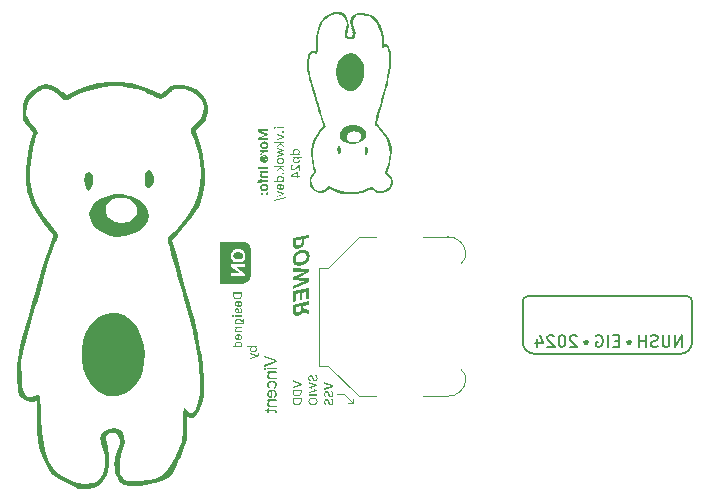
<source format=gbo>
G04 #@! TF.GenerationSoftware,KiCad,Pcbnew,8.0.1*
G04 #@! TF.CreationDate,2024-07-26T02:51:04+08:00*
G04 #@! TF.ProjectId,555Sandbox,35353553-616e-4646-926f-782e6b696361,1.0.0*
G04 #@! TF.SameCoordinates,Original*
G04 #@! TF.FileFunction,Legend,Bot*
G04 #@! TF.FilePolarity,Positive*
%FSLAX46Y46*%
G04 Gerber Fmt 4.6, Leading zero omitted, Abs format (unit mm)*
G04 Created by KiCad (PCBNEW 8.0.1) date 2024-07-26 02:51:04*
%MOMM*%
%LPD*%
G01*
G04 APERTURE LIST*
%ADD10C,0.225000*%
%ADD11C,0.100000*%
%ADD12C,0.125000*%
%ADD13C,0.187500*%
%ADD14C,0.200000*%
%ADD15C,0.500000*%
%ADD16C,0.240000*%
%ADD17C,0.300000*%
%ADD18C,0.150000*%
%ADD19C,0.000000*%
%ADD20C,0.120000*%
%ADD21O,1.000000X1.000000*%
%ADD22R,1.000000X1.000000*%
%ADD23O,3.500000X2.200000*%
%ADD24R,2.500000X1.500000*%
%ADD25O,2.500000X1.500000*%
%ADD26R,1.560000X1.560000*%
%ADD27C,1.560000*%
%ADD28C,6.000000*%
%ADD29R,3.300000X3.500000*%
%ADD30C,10.200000*%
G04 APERTURE END LIST*
D10*
G36*
X78447000Y-68032923D02*
G01*
X77560691Y-68032923D01*
X77560691Y-68250764D01*
X78195307Y-68502456D01*
X78195307Y-68506193D01*
X77560691Y-68757665D01*
X77560691Y-68975505D01*
X78447000Y-68975505D01*
X78447000Y-68806685D01*
X77842059Y-68806685D01*
X77842059Y-68720736D01*
X77584871Y-68908461D01*
X78447000Y-68562466D01*
X78447000Y-68445963D01*
X77584871Y-68099968D01*
X77842059Y-68287693D01*
X77842059Y-68201744D01*
X78447000Y-68201744D01*
X78447000Y-68032923D01*
G37*
G36*
X78123081Y-69075781D02*
G01*
X78168256Y-69078216D01*
X78216355Y-69085635D01*
X78260690Y-69097999D01*
X78301260Y-69115310D01*
X78324496Y-69128538D01*
X78361913Y-69156351D01*
X78393662Y-69189311D01*
X78419742Y-69227418D01*
X78435845Y-69260437D01*
X78450736Y-69306662D01*
X78458485Y-69351313D01*
X78461068Y-69399316D01*
X78459623Y-69435400D01*
X78453200Y-69480628D01*
X78439832Y-69527568D01*
X78419962Y-69570334D01*
X78406236Y-69592209D01*
X78377094Y-69627580D01*
X78342248Y-69657804D01*
X78301699Y-69682882D01*
X78296834Y-69685343D01*
X78255758Y-69702221D01*
X78210864Y-69714098D01*
X78162150Y-69720974D01*
X78116392Y-69722889D01*
X78115073Y-69722889D01*
X78108399Y-69722849D01*
X78063334Y-69720374D01*
X78015386Y-69712832D01*
X77971230Y-69700261D01*
X77930866Y-69682662D01*
X77907698Y-69669297D01*
X77870404Y-69641236D01*
X77838779Y-69608029D01*
X77812823Y-69569675D01*
X77796806Y-69536622D01*
X77781993Y-69490540D01*
X77774286Y-69446192D01*
X77771717Y-69398656D01*
X77913060Y-69398656D01*
X77916978Y-69431670D01*
X77936801Y-69473394D01*
X77965927Y-69501641D01*
X78005824Y-69522634D01*
X78023395Y-69528610D01*
X78069623Y-69537746D01*
X78115073Y-69540219D01*
X78116392Y-69540219D01*
X78136185Y-69539795D01*
X78183224Y-69534725D01*
X78226741Y-69522854D01*
X78262391Y-69505074D01*
X78295984Y-69474054D01*
X78312213Y-69444403D01*
X78319725Y-69399975D01*
X78315806Y-69366535D01*
X78295984Y-69324577D01*
X78266803Y-69296495D01*
X78226741Y-69275558D01*
X78205908Y-69268877D01*
X78162307Y-69260823D01*
X78116392Y-69258412D01*
X78115073Y-69258412D01*
X78095482Y-69258836D01*
X78048914Y-69263907D01*
X78005824Y-69275778D01*
X77970325Y-69293816D01*
X77936801Y-69324797D01*
X77920572Y-69354514D01*
X77913060Y-69398656D01*
X77771717Y-69398656D01*
X77773170Y-69362937D01*
X77779627Y-69318053D01*
X77793066Y-69271303D01*
X77813043Y-69228517D01*
X77826832Y-69206700D01*
X77856061Y-69171379D01*
X77890959Y-69141136D01*
X77931525Y-69115969D01*
X77936362Y-69113495D01*
X77977149Y-69096524D01*
X78021645Y-69084582D01*
X78069851Y-69077668D01*
X78115073Y-69075743D01*
X78116392Y-69075743D01*
X78123081Y-69075781D01*
G37*
G36*
X78447000Y-69824884D02*
G01*
X77785785Y-69824884D01*
X77785785Y-70007554D01*
X77900091Y-70007554D01*
X77900091Y-70011291D01*
X77858257Y-70025541D01*
X77819139Y-70050684D01*
X77805569Y-70064267D01*
X77782428Y-70101737D01*
X77772246Y-70146445D01*
X77771717Y-70160547D01*
X77773695Y-70188464D01*
X77778751Y-70211765D01*
X77936361Y-70211765D01*
X77929327Y-70183628D01*
X77926469Y-70146919D01*
X77931964Y-70101493D01*
X77943835Y-70071741D01*
X77973344Y-70037115D01*
X77994393Y-70024040D01*
X78036642Y-70010709D01*
X78075946Y-70007554D01*
X78447000Y-70007554D01*
X78447000Y-69824884D01*
G37*
G36*
X78461068Y-70558199D02*
G01*
X78458458Y-70509303D01*
X78450627Y-70463952D01*
X78435576Y-70417169D01*
X78419302Y-70383883D01*
X78393010Y-70345616D01*
X78361118Y-70312669D01*
X78323628Y-70285044D01*
X78300381Y-70271995D01*
X78254613Y-70253081D01*
X78210165Y-70241465D01*
X78162173Y-70234740D01*
X78117272Y-70232868D01*
X78116612Y-70232868D01*
X78071786Y-70234740D01*
X78023828Y-70241465D01*
X77979359Y-70253081D01*
X77938380Y-70269588D01*
X77933503Y-70271995D01*
X77892638Y-70296543D01*
X77857336Y-70326169D01*
X77827599Y-70360871D01*
X77813482Y-70382344D01*
X77792974Y-70424547D01*
X77779178Y-70470783D01*
X77772549Y-70515269D01*
X77771057Y-70550725D01*
X77773682Y-70597547D01*
X77781554Y-70641071D01*
X77796683Y-70686094D01*
X77813043Y-70718227D01*
X77839248Y-70755379D01*
X77870879Y-70787454D01*
X77907935Y-70814452D01*
X77930866Y-70827257D01*
X77975699Y-70845959D01*
X78018997Y-70857444D01*
X78065537Y-70864094D01*
X78108919Y-70865945D01*
X78165632Y-70865945D01*
X78165632Y-70323433D01*
X78053085Y-70323433D01*
X78053085Y-70781755D01*
X78158378Y-70697124D01*
X78088915Y-70697124D01*
X78044848Y-70694186D01*
X78001664Y-70683492D01*
X77991535Y-70679319D01*
X77953460Y-70655084D01*
X77932404Y-70630080D01*
X77915702Y-70589187D01*
X77912401Y-70557100D01*
X77918660Y-70513530D01*
X77932184Y-70483681D01*
X77962110Y-70450529D01*
X77989997Y-70433562D01*
X78032257Y-70420043D01*
X78076177Y-70415607D01*
X78082980Y-70415537D01*
X78150904Y-70415537D01*
X78197394Y-70419497D01*
X78239531Y-70432453D01*
X78241909Y-70433562D01*
X78278810Y-70458778D01*
X78299721Y-70485219D01*
X78315896Y-70527090D01*
X78319725Y-70565233D01*
X78314991Y-70608961D01*
X78308734Y-70628541D01*
X78285747Y-70666968D01*
X78280597Y-70672505D01*
X78246305Y-70695806D01*
X78246305Y-70697124D01*
X78246305Y-70860450D01*
X78253120Y-70858691D01*
X78296423Y-70844779D01*
X78326319Y-70829455D01*
X78363586Y-70802286D01*
X78393584Y-70771203D01*
X78419572Y-70733262D01*
X78439035Y-70691488D01*
X78442603Y-70681737D01*
X78454558Y-70636004D01*
X78460184Y-70588379D01*
X78461068Y-70558199D01*
G37*
G36*
X78447000Y-71222930D02*
G01*
X77560691Y-71222930D01*
X77560691Y-71405600D01*
X78447000Y-71405600D01*
X78447000Y-71222930D01*
G37*
G36*
X78447000Y-71542107D02*
G01*
X77785785Y-71542107D01*
X77785785Y-71724776D01*
X77887561Y-71724776D01*
X77887561Y-71728513D01*
X77847577Y-71753688D01*
X77815138Y-71787061D01*
X77802711Y-71805230D01*
X77783824Y-71846879D01*
X77774169Y-71891031D01*
X77771717Y-71931406D01*
X77774862Y-71977093D01*
X77786159Y-72023433D01*
X77805671Y-72063509D01*
X77837443Y-72101106D01*
X77873493Y-72127264D01*
X77915918Y-72145949D01*
X77964718Y-72157159D01*
X78012647Y-72160838D01*
X78019892Y-72160896D01*
X78447000Y-72160896D01*
X78447000Y-71978227D01*
X78050886Y-71978227D01*
X78005765Y-71973930D01*
X77963673Y-71958056D01*
X77949110Y-71947672D01*
X77922073Y-71909699D01*
X77913201Y-71864300D01*
X77913060Y-71856887D01*
X77919570Y-71812838D01*
X77931525Y-71786985D01*
X77962103Y-71753810D01*
X77983182Y-71741043D01*
X78026551Y-71727461D01*
X78060778Y-71724776D01*
X78447000Y-71724776D01*
X78447000Y-71542107D01*
G37*
G36*
X78454034Y-72309933D02*
G01*
X77926469Y-72309933D01*
X77926469Y-72225303D01*
X77785126Y-72225303D01*
X77785126Y-72309933D01*
X77732809Y-72309933D01*
X77688316Y-72313024D01*
X77644378Y-72324445D01*
X77628175Y-72331915D01*
X77592180Y-72360382D01*
X77568117Y-72398848D01*
X77566846Y-72401817D01*
X77553752Y-72445795D01*
X77547887Y-72490885D01*
X77546623Y-72528213D01*
X77548609Y-72573596D01*
X77549041Y-72578332D01*
X77554316Y-72619218D01*
X77676096Y-72619218D01*
X77673898Y-72598555D01*
X77673238Y-72575034D01*
X77680022Y-72530762D01*
X77690604Y-72512606D01*
X77731489Y-72493091D01*
X77741602Y-72492602D01*
X77785126Y-72492602D01*
X77785126Y-72619218D01*
X77926469Y-72619218D01*
X77926469Y-72492602D01*
X78454034Y-72492602D01*
X78454034Y-72309933D01*
G37*
G36*
X78123081Y-72641238D02*
G01*
X78168256Y-72643673D01*
X78216355Y-72651092D01*
X78260690Y-72663456D01*
X78301260Y-72680767D01*
X78324496Y-72693995D01*
X78361913Y-72721808D01*
X78393662Y-72754768D01*
X78419742Y-72792875D01*
X78435845Y-72825894D01*
X78450736Y-72872119D01*
X78458485Y-72916770D01*
X78461068Y-72964773D01*
X78459623Y-73000857D01*
X78453200Y-73046085D01*
X78439832Y-73093025D01*
X78419962Y-73135792D01*
X78406236Y-73157666D01*
X78377094Y-73193037D01*
X78342248Y-73223261D01*
X78301699Y-73248339D01*
X78296834Y-73250800D01*
X78255758Y-73267678D01*
X78210864Y-73279555D01*
X78162150Y-73286431D01*
X78116392Y-73288346D01*
X78115073Y-73288346D01*
X78108399Y-73288306D01*
X78063334Y-73285831D01*
X78015386Y-73278289D01*
X77971230Y-73265718D01*
X77930866Y-73248119D01*
X77907698Y-73234754D01*
X77870404Y-73206693D01*
X77838779Y-73173486D01*
X77812823Y-73135132D01*
X77796806Y-73102079D01*
X77781993Y-73055997D01*
X77774286Y-73011649D01*
X77771717Y-72964113D01*
X77913060Y-72964113D01*
X77916978Y-72997127D01*
X77936801Y-73038852D01*
X77965927Y-73067098D01*
X78005824Y-73088091D01*
X78023395Y-73094067D01*
X78069623Y-73103203D01*
X78115073Y-73105676D01*
X78116392Y-73105676D01*
X78136185Y-73105252D01*
X78183224Y-73100182D01*
X78226741Y-73088311D01*
X78262391Y-73070531D01*
X78295984Y-73039511D01*
X78312213Y-73009860D01*
X78319725Y-72965432D01*
X78315806Y-72931992D01*
X78295984Y-72890034D01*
X78266803Y-72861953D01*
X78226741Y-72841015D01*
X78205908Y-72834334D01*
X78162307Y-72826280D01*
X78116392Y-72823869D01*
X78115073Y-72823869D01*
X78095482Y-72824293D01*
X78048914Y-72829364D01*
X78005824Y-72841235D01*
X77970325Y-72859273D01*
X77936801Y-72890254D01*
X77920572Y-72919971D01*
X77913060Y-72964113D01*
X77771717Y-72964113D01*
X77773170Y-72928394D01*
X77779627Y-72883510D01*
X77793066Y-72836760D01*
X77813043Y-72793974D01*
X77826832Y-72772157D01*
X77856061Y-72736836D01*
X77890959Y-72706593D01*
X77931525Y-72681427D01*
X77936362Y-72678952D01*
X77977149Y-72661981D01*
X78021645Y-72650039D01*
X78069851Y-72643125D01*
X78115073Y-72641200D01*
X78116392Y-72641200D01*
X78123081Y-72641238D01*
G37*
G36*
X78461068Y-73488820D02*
G01*
X78450994Y-73444240D01*
X78432491Y-73418918D01*
X78394062Y-73395058D01*
X78362589Y-73390341D01*
X78318009Y-73400416D01*
X78292687Y-73418918D01*
X78268827Y-73457347D01*
X78264110Y-73488820D01*
X78274185Y-73533400D01*
X78292687Y-73558722D01*
X78331116Y-73582583D01*
X78362589Y-73587299D01*
X78407169Y-73577225D01*
X78432491Y-73558722D01*
X78456352Y-73520293D01*
X78461068Y-73488820D01*
G37*
G36*
X78024948Y-73488820D02*
G01*
X78014951Y-73444240D01*
X77996591Y-73418918D01*
X77958085Y-73395058D01*
X77926469Y-73390341D01*
X77881889Y-73400416D01*
X77856567Y-73418918D01*
X77832707Y-73457347D01*
X77827990Y-73488820D01*
X77838065Y-73533400D01*
X77856567Y-73558722D01*
X77894996Y-73582583D01*
X77926469Y-73587299D01*
X77971232Y-73577225D01*
X77996591Y-73558722D01*
X78020268Y-73520293D01*
X78024948Y-73488820D01*
G37*
D11*
G36*
X79770000Y-67877230D02*
G01*
X79194759Y-67877230D01*
X79194759Y-67976295D01*
X79770000Y-67976295D01*
X79770000Y-67877230D01*
G37*
G36*
X79013824Y-67852219D02*
G01*
X78975760Y-67862212D01*
X78963998Y-67871563D01*
X78945580Y-67907699D01*
X78944654Y-67919826D01*
X78954647Y-67958091D01*
X78963998Y-67970042D01*
X78999279Y-67988543D01*
X79013824Y-67989777D01*
X79052548Y-67978676D01*
X79062868Y-67970042D01*
X79081003Y-67934395D01*
X79082212Y-67919826D01*
X79071331Y-67881907D01*
X79062868Y-67871563D01*
X79028026Y-67853428D01*
X79013824Y-67852219D01*
G37*
G36*
X79702393Y-68172666D02*
G01*
X79663919Y-68181001D01*
X79642993Y-68196308D01*
X79622661Y-68231379D01*
X79619937Y-68252973D01*
X79629096Y-68292265D01*
X79643384Y-68311591D01*
X79677334Y-68331909D01*
X79702393Y-68335234D01*
X79740617Y-68325998D01*
X79759448Y-68311591D01*
X79779262Y-68277611D01*
X79782505Y-68252973D01*
X79772575Y-68213671D01*
X79759448Y-68196308D01*
X79724474Y-68175459D01*
X79702393Y-68172666D01*
G37*
G36*
X79770000Y-68640244D02*
G01*
X79194759Y-68438011D01*
X79194759Y-68547237D01*
X79668199Y-68688897D01*
X79668199Y-68692805D01*
X79194759Y-68845408D01*
X79194759Y-68950921D01*
X79770000Y-68742435D01*
X79770000Y-68640244D01*
G37*
G36*
X79558387Y-69182268D02*
G01*
X79770000Y-69182268D01*
X79770000Y-69083203D01*
X78982170Y-69083203D01*
X78982170Y-69182268D01*
X79453461Y-69182268D01*
X79453461Y-69186176D01*
X79194759Y-69417913D01*
X79194759Y-69532219D01*
X79444668Y-69306930D01*
X79770000Y-69547069D01*
X79770000Y-69428856D01*
X79505436Y-69234243D01*
X79558387Y-69182268D01*
G37*
G36*
X79194759Y-70374955D02*
G01*
X79770000Y-70221766D01*
X79770000Y-70123482D01*
X79329776Y-69993740D01*
X79329776Y-69991005D01*
X79770000Y-69864780D01*
X79770000Y-69765715D01*
X79194759Y-69604515D01*
X79194759Y-69714327D01*
X79646901Y-69816127D01*
X79646901Y-69819840D01*
X79194759Y-69945673D01*
X79194759Y-70038681D01*
X79646901Y-70168228D01*
X79646901Y-70172135D01*
X79194759Y-70275890D01*
X79194759Y-70374955D01*
G37*
G36*
X79545159Y-70470222D02*
G01*
X79587781Y-70475010D01*
X79626540Y-70484867D01*
X79665073Y-70501766D01*
X79668648Y-70503804D01*
X79701423Y-70526770D01*
X79731215Y-70557455D01*
X79752609Y-70590279D01*
X79757952Y-70601011D01*
X79771965Y-70638869D01*
X79780140Y-70679932D01*
X79782505Y-70719630D01*
X79782387Y-70728557D01*
X79778273Y-70771361D01*
X79768282Y-70811111D01*
X79752414Y-70847809D01*
X79748521Y-70854750D01*
X79725853Y-70886662D01*
X79697841Y-70913918D01*
X79664487Y-70936518D01*
X79645831Y-70945862D01*
X79605027Y-70959799D01*
X79564323Y-70966926D01*
X79524975Y-70968953D01*
X79438806Y-70968953D01*
X79418992Y-70968446D01*
X79377044Y-70963600D01*
X79338744Y-70953622D01*
X79300467Y-70936518D01*
X79296879Y-70934467D01*
X79263983Y-70911402D01*
X79234056Y-70880652D01*
X79212540Y-70847809D01*
X79207127Y-70837120D01*
X79192931Y-70799507D01*
X79184649Y-70758840D01*
X79182314Y-70720607D01*
X79266468Y-70720607D01*
X79266491Y-70723489D01*
X79272233Y-70763692D01*
X79289525Y-70800328D01*
X79290983Y-70802413D01*
X79318930Y-70831625D01*
X79353028Y-70851912D01*
X79365997Y-70857091D01*
X79405811Y-70866922D01*
X79447404Y-70869888D01*
X79517550Y-70869888D01*
X79534243Y-70869464D01*
X79574428Y-70864386D01*
X79612512Y-70852498D01*
X79615022Y-70851408D01*
X79648513Y-70831249D01*
X79675624Y-70801891D01*
X79678369Y-70797658D01*
X79693951Y-70759727D01*
X79698290Y-70720607D01*
X79698201Y-70714560D01*
X79692623Y-70675520D01*
X79675624Y-70637955D01*
X79674190Y-70635858D01*
X79646523Y-70606561D01*
X79612512Y-70586371D01*
X79599529Y-70581305D01*
X79559522Y-70571688D01*
X79517550Y-70568786D01*
X79447404Y-70568786D01*
X79431044Y-70569239D01*
X79391412Y-70574659D01*
X79353419Y-70587348D01*
X79350884Y-70588523D01*
X79317027Y-70609721D01*
X79289525Y-70639714D01*
X79288106Y-70641851D01*
X79271535Y-70679477D01*
X79266468Y-70720607D01*
X79182314Y-70720607D01*
X79182254Y-70719630D01*
X79182377Y-70710702D01*
X79186705Y-70667845D01*
X79197215Y-70627964D01*
X79213907Y-70591061D01*
X79217941Y-70584096D01*
X79241156Y-70552089D01*
X79269446Y-70524776D01*
X79302812Y-70502156D01*
X79317509Y-70494554D01*
X79357191Y-70479984D01*
X79396494Y-70472287D01*
X79439197Y-70469721D01*
X79524975Y-70469721D01*
X79545159Y-70470222D01*
G37*
G36*
X79558387Y-71229218D02*
G01*
X79770000Y-71229218D01*
X79770000Y-71130154D01*
X78982170Y-71130154D01*
X78982170Y-71229218D01*
X79453461Y-71229218D01*
X79453461Y-71233126D01*
X79194759Y-71464864D01*
X79194759Y-71579170D01*
X79444668Y-71353880D01*
X79770000Y-71594020D01*
X79770000Y-71475806D01*
X79505436Y-71281193D01*
X79558387Y-71229218D01*
G37*
G36*
X79702393Y-71703831D02*
G01*
X79663919Y-71712166D01*
X79642993Y-71727474D01*
X79622661Y-71762544D01*
X79619937Y-71784138D01*
X79629096Y-71823431D01*
X79643384Y-71842756D01*
X79677334Y-71863074D01*
X79702393Y-71866399D01*
X79740617Y-71857164D01*
X79759448Y-71842756D01*
X79779262Y-71808776D01*
X79782505Y-71784138D01*
X79772575Y-71744836D01*
X79759448Y-71727474D01*
X79724474Y-71706625D01*
X79702393Y-71703831D01*
G37*
G36*
X79548374Y-72018912D02*
G01*
X79587666Y-72021993D01*
X79627844Y-72030419D01*
X79667808Y-72045771D01*
X79696714Y-72062764D01*
X79726671Y-72088193D01*
X79752609Y-72121779D01*
X79769630Y-72157552D01*
X79779585Y-72197434D01*
X79782505Y-72237258D01*
X79781780Y-72256595D01*
X79775080Y-72296853D01*
X79771099Y-72310591D01*
X79754759Y-72347851D01*
X79749671Y-72356176D01*
X79723496Y-72386539D01*
X79718840Y-72390340D01*
X79682658Y-72408228D01*
X79682658Y-72413112D01*
X79770000Y-72413112D01*
X79770000Y-72505534D01*
X78982170Y-72505534D01*
X78982170Y-72406469D01*
X79276043Y-72406469D01*
X79257062Y-72397112D01*
X79225826Y-72371298D01*
X79210199Y-72350635D01*
X79193391Y-72314634D01*
X79185397Y-72281818D01*
X79183609Y-72258360D01*
X79266468Y-72258360D01*
X79270934Y-72296416D01*
X79286789Y-72334564D01*
X79311067Y-72364557D01*
X79343258Y-72387320D01*
X79345516Y-72388498D01*
X79384436Y-72402261D01*
X79425715Y-72406469D01*
X79527320Y-72406469D01*
X79540237Y-72406185D01*
X79579140Y-72401340D01*
X79618178Y-72388297D01*
X79650261Y-72368127D01*
X79677383Y-72337690D01*
X79693696Y-72300016D01*
X79698290Y-72261096D01*
X79693653Y-72222218D01*
X79677187Y-72184696D01*
X79651102Y-72156315D01*
X79615443Y-72135262D01*
X79596876Y-72128486D01*
X79558229Y-72120317D01*
X79517745Y-72117872D01*
X79446427Y-72117872D01*
X79429176Y-72118287D01*
X79388030Y-72123250D01*
X79349706Y-72134871D01*
X79316092Y-72154082D01*
X79287962Y-72183329D01*
X79271842Y-72217718D01*
X79266468Y-72258360D01*
X79183609Y-72258360D01*
X79182254Y-72240579D01*
X79185211Y-72200764D01*
X79195297Y-72160625D01*
X79212540Y-72124320D01*
X79233835Y-72095232D01*
X79262725Y-72068260D01*
X79297341Y-72046553D01*
X79307736Y-72041594D01*
X79344891Y-72028588D01*
X79385901Y-72021001D01*
X79426106Y-72018807D01*
X79539239Y-72018807D01*
X79548374Y-72018912D01*
G37*
G36*
X79541081Y-72681058D02*
G01*
X79582482Y-72684897D01*
X79624568Y-72694563D01*
X79662533Y-72709916D01*
X79695879Y-72730734D01*
X79726654Y-72759408D01*
X79751242Y-72794131D01*
X79756829Y-72804618D01*
X79771483Y-72842354D01*
X79780032Y-72884364D01*
X79782505Y-72925827D01*
X79782142Y-72942458D01*
X79777806Y-72982485D01*
X79767655Y-73020398D01*
X79751704Y-73055257D01*
X79729162Y-73087809D01*
X79711164Y-73106567D01*
X79679337Y-73130014D01*
X79667860Y-73136035D01*
X79629316Y-73148381D01*
X79629316Y-73046190D01*
X79663119Y-73025283D01*
X79668841Y-73019004D01*
X79688715Y-72983859D01*
X79694166Y-72965384D01*
X79698290Y-72925241D01*
X79693729Y-72884193D01*
X79678178Y-72846621D01*
X79651591Y-72816992D01*
X79616968Y-72795856D01*
X79577313Y-72783493D01*
X79536894Y-72779867D01*
X79507390Y-72779867D01*
X79507390Y-73156001D01*
X79437438Y-73156001D01*
X79423037Y-73155734D01*
X79381998Y-73151715D01*
X79340206Y-73141594D01*
X79302421Y-73125520D01*
X79269158Y-73104198D01*
X79238387Y-73075499D01*
X79213712Y-73041305D01*
X79211777Y-73037943D01*
X79194542Y-72998898D01*
X79185326Y-72960117D01*
X79182297Y-72918793D01*
X79266468Y-72918793D01*
X79270171Y-72953056D01*
X79285812Y-72991284D01*
X79307511Y-73017362D01*
X79340718Y-73039546D01*
X79345185Y-73041652D01*
X79384215Y-73053608D01*
X79423175Y-73056937D01*
X79428060Y-73056937D01*
X79432358Y-73056937D01*
X79432358Y-72779867D01*
X79423124Y-72780019D01*
X79382893Y-72784720D01*
X79345017Y-72797062D01*
X79313581Y-72816414D01*
X79286985Y-72845715D01*
X79271598Y-72879714D01*
X79266468Y-72918793D01*
X79182297Y-72918793D01*
X79182254Y-72918207D01*
X79182284Y-72913970D01*
X79185948Y-72873121D01*
X79195717Y-72835019D01*
X79213517Y-72796281D01*
X79238081Y-72761929D01*
X79268786Y-72733026D01*
X79302030Y-72711479D01*
X79316639Y-72704290D01*
X79356180Y-72690509D01*
X79395453Y-72683229D01*
X79438220Y-72680803D01*
X79526538Y-72680803D01*
X79541081Y-72681058D01*
G37*
G36*
X79770000Y-73449288D02*
G01*
X79194759Y-73247055D01*
X79194759Y-73356281D01*
X79668199Y-73497941D01*
X79668199Y-73501849D01*
X79194759Y-73654452D01*
X79194759Y-73759965D01*
X79770000Y-73551479D01*
X79770000Y-73449288D01*
G37*
G36*
X79945073Y-73851605D02*
G01*
X79945073Y-73760356D01*
X78982170Y-74029414D01*
X78982170Y-74121249D01*
X79945073Y-73851605D01*
G37*
G36*
X80892374Y-69726155D02*
G01*
X80931666Y-69729236D01*
X80971844Y-69737663D01*
X81011808Y-69753014D01*
X81040714Y-69770007D01*
X81070671Y-69795436D01*
X81096609Y-69829023D01*
X81113630Y-69864795D01*
X81123585Y-69904678D01*
X81126505Y-69944501D01*
X81125780Y-69963838D01*
X81119080Y-70004096D01*
X81115099Y-70017835D01*
X81098759Y-70055094D01*
X81093671Y-70063419D01*
X81067496Y-70093782D01*
X81062840Y-70097583D01*
X81026658Y-70115471D01*
X81026658Y-70120356D01*
X81114000Y-70120356D01*
X81114000Y-70212777D01*
X80326170Y-70212777D01*
X80326170Y-70113712D01*
X80620043Y-70113712D01*
X80601062Y-70104355D01*
X80569826Y-70078541D01*
X80554199Y-70057878D01*
X80537391Y-70021877D01*
X80529397Y-69989061D01*
X80527609Y-69965603D01*
X80610468Y-69965603D01*
X80614934Y-70003659D01*
X80630789Y-70041807D01*
X80655067Y-70071800D01*
X80687258Y-70094564D01*
X80689516Y-70095742D01*
X80728436Y-70109505D01*
X80769715Y-70113712D01*
X80871320Y-70113712D01*
X80884237Y-70113428D01*
X80923140Y-70108584D01*
X80962178Y-70095540D01*
X80994261Y-70075370D01*
X81021383Y-70044933D01*
X81037696Y-70007259D01*
X81042290Y-69968339D01*
X81037653Y-69929461D01*
X81021187Y-69891940D01*
X80995102Y-69863559D01*
X80959443Y-69842505D01*
X80940876Y-69835729D01*
X80902229Y-69827560D01*
X80861745Y-69825115D01*
X80790427Y-69825115D01*
X80773176Y-69825530D01*
X80732030Y-69830493D01*
X80693706Y-69842114D01*
X80660092Y-69861325D01*
X80631962Y-69890572D01*
X80615842Y-69924961D01*
X80610468Y-69965603D01*
X80527609Y-69965603D01*
X80526254Y-69947822D01*
X80529211Y-69908007D01*
X80539297Y-69867869D01*
X80556540Y-69831563D01*
X80577835Y-69802475D01*
X80606725Y-69775503D01*
X80641341Y-69753796D01*
X80651736Y-69748837D01*
X80688891Y-69735831D01*
X80729901Y-69728245D01*
X80770106Y-69726050D01*
X80883239Y-69726050D01*
X80892374Y-69726155D01*
G37*
G36*
X81314083Y-70512121D02*
G01*
X81032715Y-70512121D01*
X81053992Y-70523753D01*
X81083713Y-70549246D01*
X81099056Y-70569813D01*
X81115563Y-70605324D01*
X81123417Y-70637418D01*
X81126505Y-70677425D01*
X81123547Y-70718412D01*
X81113462Y-70759442D01*
X81096219Y-70796224D01*
X81074687Y-70825442D01*
X81045272Y-70852292D01*
X81009854Y-70873600D01*
X80999151Y-70878454D01*
X80960744Y-70891185D01*
X80918138Y-70898612D01*
X80876205Y-70900760D01*
X80775967Y-70900760D01*
X80761718Y-70900527D01*
X80721196Y-70897023D01*
X80680087Y-70888200D01*
X80643099Y-70874187D01*
X80610569Y-70855384D01*
X80580604Y-70829632D01*
X80556735Y-70798569D01*
X80539381Y-70762792D01*
X80529230Y-70722629D01*
X80526254Y-70682309D01*
X80526921Y-70663255D01*
X80527916Y-70656908D01*
X80610468Y-70656908D01*
X80610490Y-70659801D01*
X80615891Y-70699846D01*
X80632157Y-70735652D01*
X80633532Y-70737664D01*
X80660771Y-70765703D01*
X80695270Y-70784891D01*
X80714167Y-70791439D01*
X80753827Y-70799332D01*
X80795702Y-70801695D01*
X80858033Y-70801695D01*
X80879463Y-70801105D01*
X80918572Y-70796379D01*
X80957879Y-70784891D01*
X80992000Y-70765918D01*
X81020601Y-70736629D01*
X81037524Y-70699234D01*
X81042290Y-70659644D01*
X81037868Y-70621027D01*
X81022164Y-70582658D01*
X80999819Y-70554597D01*
X80966086Y-70530684D01*
X80961549Y-70528436D01*
X80922177Y-70515674D01*
X80883239Y-70512121D01*
X80781243Y-70512121D01*
X80768234Y-70512393D01*
X80729118Y-70517029D01*
X80689994Y-70529511D01*
X80657997Y-70549303D01*
X80631180Y-70579728D01*
X80615019Y-70617762D01*
X80610468Y-70656908D01*
X80527916Y-70656908D01*
X80533092Y-70623887D01*
X80536817Y-70610600D01*
X80552827Y-70574256D01*
X80557936Y-70566057D01*
X80584676Y-70535764D01*
X80591788Y-70530010D01*
X80626100Y-70510949D01*
X80626100Y-70506064D01*
X80538759Y-70506064D01*
X80538759Y-70413056D01*
X81314083Y-70413056D01*
X81314083Y-70512121D01*
G37*
G36*
X80572953Y-71147543D02*
G01*
X80572953Y-71048478D01*
X80569240Y-71048478D01*
X80530220Y-71051870D01*
X80490207Y-71062965D01*
X80487761Y-71063915D01*
X80452830Y-71081606D01*
X80421678Y-71105737D01*
X80417810Y-71109441D01*
X80391841Y-71140969D01*
X80372639Y-71176050D01*
X80369157Y-71184277D01*
X80357518Y-71222923D01*
X80352040Y-71262659D01*
X80351180Y-71287641D01*
X80353813Y-71330422D01*
X80361713Y-71369615D01*
X80376486Y-71408584D01*
X80378145Y-71411912D01*
X80399084Y-71445476D01*
X80427404Y-71475614D01*
X80452394Y-71493782D01*
X80489443Y-71511404D01*
X80529954Y-71520893D01*
X80558884Y-71522700D01*
X80598726Y-71519372D01*
X80638010Y-71508418D01*
X80645444Y-71505310D01*
X80681608Y-71486474D01*
X80714509Y-71464323D01*
X80721452Y-71459002D01*
X80754305Y-71432672D01*
X80786084Y-71406080D01*
X80798633Y-71395303D01*
X81029785Y-71196001D01*
X81029785Y-71536182D01*
X81114000Y-71536182D01*
X81114000Y-71048478D01*
X81054795Y-71048478D01*
X80731418Y-71336294D01*
X80700857Y-71361955D01*
X80681787Y-71377132D01*
X80648250Y-71399541D01*
X80626882Y-71410349D01*
X80588032Y-71421767D01*
X80562597Y-71423635D01*
X80522226Y-71418009D01*
X80495186Y-71405855D01*
X80465761Y-71380056D01*
X80451027Y-71357006D01*
X80438387Y-71319740D01*
X80435395Y-71287250D01*
X80440182Y-71246413D01*
X80454544Y-71211828D01*
X80479919Y-71181198D01*
X80504956Y-71163956D01*
X80541858Y-71150685D01*
X80572953Y-71147543D01*
G37*
G36*
X80960615Y-72004347D02*
G01*
X81114000Y-72004347D01*
X81114000Y-72103412D01*
X80960615Y-72103412D01*
X80960615Y-72191926D01*
X80876400Y-72191926D01*
X80876400Y-72103412D01*
X80363685Y-72103412D01*
X80363685Y-72004347D01*
X80451222Y-72004347D01*
X80876400Y-72004347D01*
X80876400Y-71741151D01*
X80843322Y-71759618D01*
X80803352Y-71782333D01*
X80763079Y-71805652D01*
X80729288Y-71825546D01*
X80695287Y-71845860D01*
X80661076Y-71866594D01*
X80633733Y-71883365D01*
X80600000Y-71904233D01*
X80566764Y-71924996D01*
X80527536Y-71949774D01*
X80489022Y-71974401D01*
X80451222Y-71998876D01*
X80451222Y-72004347D01*
X80363685Y-72004347D01*
X80363685Y-71951786D01*
X80379683Y-71941866D01*
X80419669Y-71917032D01*
X80459645Y-71892151D01*
X80499613Y-71867222D01*
X80539570Y-71842245D01*
X80579518Y-71817221D01*
X80619457Y-71792149D01*
X80635433Y-71782150D01*
X80675401Y-71757501D01*
X80715407Y-71733348D01*
X80755452Y-71709690D01*
X80795534Y-71686529D01*
X80835655Y-71663864D01*
X80875814Y-71641695D01*
X80960615Y-71641695D01*
X80960615Y-72004347D01*
G37*
D12*
G36*
X77482000Y-86496238D02*
G01*
X77400715Y-86496238D01*
X77421333Y-86507852D01*
X77450932Y-86534536D01*
X77466560Y-86556404D01*
X77483367Y-86593935D01*
X77491720Y-86630132D01*
X77494505Y-86669553D01*
X77491547Y-86711506D01*
X77481462Y-86753290D01*
X77464219Y-86790502D01*
X77442687Y-86819983D01*
X77413272Y-86847167D01*
X77377854Y-86868855D01*
X77363499Y-86875312D01*
X77324672Y-86887689D01*
X77286138Y-86894226D01*
X77244205Y-86896406D01*
X77143967Y-86896406D01*
X77129718Y-86896167D01*
X77089196Y-86892586D01*
X77048087Y-86883568D01*
X77011099Y-86869246D01*
X76978569Y-86850019D01*
X76948604Y-86823669D01*
X76924735Y-86791870D01*
X76907381Y-86755153D01*
X76897230Y-86714049D01*
X76894254Y-86672875D01*
X76895085Y-86651904D01*
X76895577Y-86648841D01*
X76978468Y-86648841D01*
X76978490Y-86651795D01*
X76983988Y-86692707D01*
X77000548Y-86729344D01*
X77001935Y-86731392D01*
X77029370Y-86760017D01*
X77064051Y-86779755D01*
X77083101Y-86786608D01*
X77122944Y-86794868D01*
X77164875Y-86797341D01*
X77227205Y-86797341D01*
X77248436Y-86796743D01*
X77287271Y-86791962D01*
X77326466Y-86780342D01*
X77360500Y-86760970D01*
X77388796Y-86730711D01*
X77390119Y-86728658D01*
X77405567Y-86692126D01*
X77410290Y-86651577D01*
X77410270Y-86648777D01*
X77405161Y-86609078D01*
X77389773Y-86571465D01*
X77365007Y-86540055D01*
X77332132Y-86516168D01*
X77325122Y-86512607D01*
X77287495Y-86500053D01*
X77248503Y-86496238D01*
X77151979Y-86496238D01*
X77135601Y-86496691D01*
X77096323Y-86502112D01*
X77059362Y-86514801D01*
X77024826Y-86537418D01*
X76999376Y-86567753D01*
X76998089Y-86569914D01*
X76983062Y-86607765D01*
X76978468Y-86648841D01*
X76895577Y-86648841D01*
X76901288Y-86613279D01*
X76905208Y-86599382D01*
X76921804Y-86562086D01*
X76926965Y-86553834D01*
X76953458Y-86523789D01*
X76959242Y-86519165D01*
X76994100Y-86501123D01*
X76994100Y-86496238D01*
X76694170Y-86496238D01*
X76694170Y-86397173D01*
X77482000Y-86397173D01*
X77482000Y-86496238D01*
G37*
G36*
X76906759Y-87503496D02*
G01*
X76945337Y-87490136D01*
X76983695Y-87476824D01*
X77021834Y-87463562D01*
X77059752Y-87450349D01*
X77097403Y-87437282D01*
X77134735Y-87424263D01*
X77171750Y-87411294D01*
X77208448Y-87398374D01*
X77249322Y-87384053D01*
X77289732Y-87369887D01*
X77329679Y-87355875D01*
X77351672Y-87348157D01*
X77390882Y-87334401D01*
X77429597Y-87320831D01*
X77467818Y-87307446D01*
X77488838Y-87300090D01*
X77520101Y-87287976D01*
X77558136Y-87272523D01*
X77595306Y-87253237D01*
X77629095Y-87229468D01*
X77651993Y-87206496D01*
X77674353Y-87170598D01*
X77686626Y-87132313D01*
X77691113Y-87093256D01*
X77691267Y-87083984D01*
X77689704Y-87054480D01*
X77686187Y-87027125D01*
X77604316Y-87027125D01*
X77605879Y-87047055D01*
X77607052Y-87069330D01*
X77602415Y-87110134D01*
X77585949Y-87144752D01*
X77553306Y-87170539D01*
X77515607Y-87184612D01*
X77494114Y-87190670D01*
X76906759Y-86979644D01*
X76906759Y-87089455D01*
X77388796Y-87241472D01*
X77388796Y-87245966D01*
X76906759Y-87398569D01*
X76906759Y-87503496D01*
G37*
D11*
X85650000Y-91200000D02*
X85650000Y-90850000D01*
X85650000Y-91200000D02*
X85250000Y-91200000D01*
X84900000Y-90450000D02*
X85650000Y-91200000D01*
X84250000Y-90450000D02*
X84900000Y-90450000D01*
D13*
G36*
X81276000Y-89579882D02*
G01*
X80525685Y-89312387D01*
X80525685Y-89427279D01*
X81157200Y-89630684D01*
X81157200Y-89636155D01*
X80525685Y-89839170D01*
X80525685Y-89952889D01*
X81276000Y-89685394D01*
X81276000Y-89579882D01*
G37*
G36*
X81276000Y-90320426D02*
G01*
X81275625Y-90340661D01*
X81271840Y-90385406D01*
X81263978Y-90426691D01*
X81252039Y-90464517D01*
X81233404Y-90503510D01*
X81209468Y-90537973D01*
X81180452Y-90567893D01*
X81146355Y-90593270D01*
X81107179Y-90614103D01*
X81068854Y-90628569D01*
X81026882Y-90639482D01*
X80988004Y-90646008D01*
X80946446Y-90649923D01*
X80902210Y-90651228D01*
X80857848Y-90649923D01*
X80816206Y-90646008D01*
X80777285Y-90639482D01*
X80735314Y-90628569D01*
X80697046Y-90614103D01*
X80657980Y-90593270D01*
X80624018Y-90567893D01*
X80595160Y-90537973D01*
X80571408Y-90503510D01*
X80561470Y-90484578D01*
X80545570Y-90443326D01*
X80536005Y-90403523D01*
X80530498Y-90360261D01*
X80529007Y-90320426D01*
X80529007Y-90175053D01*
X80613222Y-90175053D01*
X80613222Y-90313978D01*
X80613505Y-90328758D01*
X80617756Y-90370215D01*
X80628461Y-90411202D01*
X80645462Y-90446846D01*
X80647509Y-90450129D01*
X80674176Y-90482795D01*
X80705031Y-90507002D01*
X80742182Y-90525981D01*
X80780908Y-90538637D01*
X80819639Y-90546410D01*
X80862424Y-90550911D01*
X80903187Y-90552164D01*
X80907712Y-90552149D01*
X80950943Y-90550409D01*
X80990510Y-90545768D01*
X81029803Y-90537314D01*
X81046165Y-90532320D01*
X81084689Y-90516032D01*
X81119684Y-90493154D01*
X81128394Y-90485580D01*
X81154505Y-90455174D01*
X81173808Y-90418709D01*
X81182498Y-90392255D01*
X81189660Y-90353329D01*
X81191785Y-90313978D01*
X81191785Y-90175053D01*
X80613222Y-90175053D01*
X80529007Y-90175053D01*
X80529007Y-90075988D01*
X81276000Y-90075988D01*
X81276000Y-90320426D01*
G37*
G36*
X81276000Y-91057453D02*
G01*
X81275625Y-91077688D01*
X81271840Y-91122433D01*
X81263978Y-91163718D01*
X81252039Y-91201544D01*
X81233404Y-91240538D01*
X81209468Y-91275000D01*
X81180452Y-91304920D01*
X81146355Y-91330297D01*
X81107179Y-91351131D01*
X81068854Y-91365596D01*
X81026882Y-91376509D01*
X80988004Y-91383035D01*
X80946446Y-91386950D01*
X80902210Y-91388256D01*
X80857848Y-91386950D01*
X80816206Y-91383035D01*
X80777285Y-91376509D01*
X80735314Y-91365596D01*
X80697046Y-91351131D01*
X80657980Y-91330297D01*
X80624018Y-91304920D01*
X80595160Y-91275000D01*
X80571408Y-91240538D01*
X80561470Y-91221606D01*
X80545570Y-91180353D01*
X80536005Y-91140550D01*
X80530498Y-91097288D01*
X80529007Y-91057453D01*
X80529007Y-90912080D01*
X80613222Y-90912080D01*
X80613222Y-91051005D01*
X80613505Y-91065786D01*
X80617756Y-91107242D01*
X80628461Y-91148229D01*
X80645462Y-91183873D01*
X80647509Y-91187157D01*
X80674176Y-91219823D01*
X80705031Y-91244029D01*
X80742182Y-91263008D01*
X80780908Y-91275665D01*
X80819639Y-91283438D01*
X80862424Y-91287938D01*
X80903187Y-91289191D01*
X80907712Y-91289176D01*
X80950943Y-91287436D01*
X80990510Y-91282795D01*
X81029803Y-91274341D01*
X81046165Y-91269347D01*
X81084689Y-91253060D01*
X81119684Y-91230182D01*
X81128394Y-91222607D01*
X81154505Y-91192201D01*
X81173808Y-91155736D01*
X81182498Y-91129283D01*
X81189660Y-91090356D01*
X81191785Y-91051005D01*
X81191785Y-90912080D01*
X80613222Y-90912080D01*
X80529007Y-90912080D01*
X80529007Y-90813015D01*
X81276000Y-90813015D01*
X81276000Y-91057453D01*
G37*
G36*
X82428904Y-88837578D02*
G01*
X82428904Y-88936643D01*
X82466859Y-88950125D01*
X82478143Y-88956964D01*
X82507269Y-88983965D01*
X82515464Y-88995066D01*
X82533548Y-89030362D01*
X82539692Y-89048604D01*
X82546871Y-89087074D01*
X82548290Y-89116015D01*
X82545645Y-89156364D01*
X82536023Y-89196670D01*
X82532267Y-89206287D01*
X82511341Y-89241295D01*
X82486741Y-89264124D01*
X82450491Y-89280555D01*
X82417766Y-89284445D01*
X82378949Y-89277962D01*
X82346062Y-89256756D01*
X82344298Y-89254940D01*
X82320679Y-89220250D01*
X82305493Y-89182112D01*
X82300139Y-89163496D01*
X82265945Y-89034340D01*
X82253260Y-88994645D01*
X82235362Y-88956974D01*
X82223935Y-88938988D01*
X82197414Y-88908176D01*
X82164017Y-88883048D01*
X82156720Y-88879002D01*
X82119956Y-88864843D01*
X82079078Y-88858614D01*
X82066643Y-88858290D01*
X82024536Y-88862261D01*
X81985799Y-88874175D01*
X81953510Y-88891898D01*
X81921952Y-88918023D01*
X81895519Y-88949921D01*
X81875938Y-88983928D01*
X81861203Y-89022046D01*
X81851926Y-89063368D01*
X81848242Y-89103300D01*
X81847997Y-89117187D01*
X81849975Y-89157028D01*
X81856814Y-89198068D01*
X81868538Y-89235712D01*
X81873007Y-89246343D01*
X81892465Y-89282195D01*
X81918852Y-89315145D01*
X81942177Y-89335638D01*
X81976908Y-89356768D01*
X82015157Y-89370040D01*
X82042609Y-89374522D01*
X82042609Y-89275652D01*
X82005706Y-89262691D01*
X81984187Y-89247711D01*
X81958808Y-89217917D01*
X81945889Y-89192610D01*
X81935217Y-89154076D01*
X81932212Y-89115038D01*
X81935627Y-89073398D01*
X81947274Y-89033810D01*
X81967187Y-89000732D01*
X81996240Y-88974299D01*
X82034411Y-88959430D01*
X82057850Y-88957355D01*
X82096770Y-88964965D01*
X82125066Y-88984319D01*
X82148611Y-89017243D01*
X82163603Y-89055829D01*
X82165317Y-89062086D01*
X82199120Y-89189092D01*
X82211149Y-89227912D01*
X82226497Y-89265500D01*
X82244061Y-89297732D01*
X82268098Y-89329079D01*
X82298744Y-89354831D01*
X82310886Y-89362016D01*
X82348606Y-89376709D01*
X82388722Y-89382985D01*
X82405457Y-89383510D01*
X82446726Y-89380190D01*
X82484561Y-89370229D01*
X82522212Y-89351603D01*
X82525429Y-89349511D01*
X82557877Y-89322924D01*
X82584829Y-89289640D01*
X82604563Y-89253573D01*
X82618070Y-89216751D01*
X82627157Y-89176190D01*
X82631522Y-89136995D01*
X82632505Y-89105659D01*
X82630444Y-89063207D01*
X82624262Y-89023777D01*
X82617850Y-88999169D01*
X82603879Y-88962561D01*
X82584218Y-88927896D01*
X82576036Y-88916713D01*
X82548244Y-88887424D01*
X82516158Y-88864403D01*
X82511556Y-88861807D01*
X82474808Y-88846362D01*
X82434539Y-88838131D01*
X82428904Y-88837578D01*
G37*
G36*
X82620000Y-89762770D02*
G01*
X82620000Y-89673084D01*
X81869685Y-89467920D01*
X81869685Y-89583789D01*
X82466615Y-89719392D01*
X82466615Y-89724864D01*
X81869685Y-89871018D01*
X81869685Y-89969302D01*
X82466615Y-90116043D01*
X82466615Y-90121514D01*
X81869685Y-90257118D01*
X81869685Y-90372400D01*
X82620000Y-90167822D01*
X82620000Y-90077746D01*
X82033035Y-89922407D01*
X82033035Y-89917913D01*
X82620000Y-89762770D01*
G37*
G36*
X82620000Y-90593196D02*
G01*
X82620000Y-90494131D01*
X81869685Y-90494131D01*
X81869685Y-90593196D01*
X82620000Y-90593196D01*
G37*
G36*
X82312208Y-90776424D02*
G01*
X82355992Y-90779186D01*
X82396859Y-90785464D01*
X82439993Y-90796943D01*
X82479316Y-90813014D01*
X82506063Y-90827934D01*
X82537857Y-90851162D01*
X82568341Y-90881847D01*
X82593230Y-90917355D01*
X82610413Y-90952575D01*
X82622686Y-90990823D01*
X82630050Y-91032100D01*
X82632505Y-91076406D01*
X82630050Y-91120455D01*
X82622686Y-91161549D01*
X82610413Y-91199687D01*
X82593230Y-91234871D01*
X82574356Y-91262914D01*
X82545115Y-91294710D01*
X82514426Y-91318951D01*
X82479316Y-91339406D01*
X82465016Y-91346041D01*
X82424264Y-91360543D01*
X82385481Y-91369425D01*
X82343780Y-91374755D01*
X82299162Y-91376531D01*
X82191109Y-91376531D01*
X82178017Y-91376386D01*
X82134106Y-91373595D01*
X82093168Y-91367250D01*
X82050022Y-91355649D01*
X82010760Y-91339406D01*
X81983947Y-91324420D01*
X81952085Y-91301125D01*
X81921555Y-91270394D01*
X81896650Y-91234871D01*
X81879382Y-91199687D01*
X81867048Y-91161549D01*
X81859647Y-91120455D01*
X81857180Y-91076406D01*
X81857191Y-91076210D01*
X81941395Y-91076210D01*
X81943117Y-91104164D01*
X81952157Y-91143209D01*
X81968946Y-91178792D01*
X81986512Y-91202729D01*
X82016715Y-91230123D01*
X82051207Y-91250697D01*
X82069066Y-91258409D01*
X82108992Y-91269912D01*
X82149722Y-91275793D01*
X82189741Y-91277466D01*
X82300139Y-91277466D01*
X82320469Y-91277048D01*
X82363064Y-91273049D01*
X82401301Y-91264814D01*
X82438674Y-91250697D01*
X82464563Y-91236165D01*
X82496803Y-91210062D01*
X82521130Y-91178792D01*
X82533012Y-91155455D01*
X82544470Y-91117564D01*
X82548290Y-91076210D01*
X82546592Y-91048318D01*
X82537681Y-91009227D01*
X82521130Y-90973433D01*
X82503627Y-90949433D01*
X82473365Y-90922098D01*
X82438674Y-90901723D01*
X82420660Y-90894124D01*
X82380596Y-90882790D01*
X82339938Y-90876994D01*
X82300139Y-90875345D01*
X82189741Y-90875345D01*
X82174313Y-90875577D01*
X82131059Y-90879054D01*
X82088328Y-90887813D01*
X82051207Y-90901723D01*
X82025476Y-90916097D01*
X81993336Y-90942100D01*
X81968946Y-90973433D01*
X81956892Y-90996929D01*
X81945269Y-91034921D01*
X81941395Y-91076210D01*
X81857191Y-91076210D01*
X81859647Y-91032100D01*
X81867048Y-90990823D01*
X81879382Y-90952575D01*
X81896650Y-90917355D01*
X81915534Y-90889321D01*
X81944815Y-90857564D01*
X81975565Y-90833384D01*
X82010760Y-90813014D01*
X82025028Y-90806449D01*
X82065747Y-90792100D01*
X82104561Y-90783311D01*
X82146348Y-90778038D01*
X82191109Y-90776280D01*
X82299162Y-90776280D01*
X82312208Y-90776424D01*
G37*
G36*
X83964000Y-89728381D02*
G01*
X83213685Y-89460886D01*
X83213685Y-89575778D01*
X83845200Y-89779183D01*
X83845200Y-89784654D01*
X83213685Y-89987669D01*
X83213685Y-90101388D01*
X83964000Y-89833893D01*
X83964000Y-89728381D01*
G37*
G36*
X83772904Y-90178764D02*
G01*
X83772904Y-90277829D01*
X83810859Y-90291311D01*
X83822143Y-90298150D01*
X83851269Y-90325151D01*
X83859464Y-90336252D01*
X83877548Y-90371548D01*
X83883692Y-90389790D01*
X83890871Y-90428260D01*
X83892290Y-90457201D01*
X83889645Y-90497551D01*
X83880023Y-90537856D01*
X83876267Y-90547473D01*
X83855341Y-90582481D01*
X83830741Y-90605310D01*
X83794491Y-90621742D01*
X83761766Y-90625631D01*
X83722949Y-90619148D01*
X83690062Y-90597942D01*
X83688298Y-90596127D01*
X83664679Y-90561436D01*
X83649493Y-90523298D01*
X83644139Y-90504682D01*
X83609945Y-90375526D01*
X83597260Y-90335831D01*
X83579362Y-90298161D01*
X83567935Y-90280174D01*
X83541414Y-90249362D01*
X83508017Y-90224235D01*
X83500720Y-90220188D01*
X83463956Y-90206030D01*
X83423078Y-90199800D01*
X83410643Y-90199476D01*
X83368536Y-90203447D01*
X83329799Y-90215361D01*
X83297510Y-90233084D01*
X83265952Y-90259210D01*
X83239519Y-90291108D01*
X83219938Y-90325115D01*
X83205203Y-90363232D01*
X83195926Y-90404555D01*
X83192242Y-90444486D01*
X83191997Y-90458374D01*
X83193975Y-90498214D01*
X83200814Y-90539254D01*
X83212538Y-90576898D01*
X83217007Y-90587529D01*
X83236465Y-90623382D01*
X83262852Y-90656331D01*
X83286177Y-90676824D01*
X83320908Y-90697954D01*
X83359157Y-90711226D01*
X83386609Y-90715708D01*
X83386609Y-90616838D01*
X83349706Y-90603877D01*
X83328187Y-90588897D01*
X83302808Y-90559103D01*
X83289889Y-90533796D01*
X83279217Y-90495262D01*
X83276212Y-90456224D01*
X83279627Y-90414585D01*
X83291274Y-90374996D01*
X83311187Y-90341919D01*
X83340240Y-90315485D01*
X83378411Y-90300617D01*
X83401850Y-90298541D01*
X83440770Y-90306151D01*
X83469066Y-90325505D01*
X83492611Y-90358429D01*
X83507603Y-90397015D01*
X83509317Y-90403272D01*
X83543120Y-90530279D01*
X83555149Y-90569098D01*
X83570497Y-90606686D01*
X83588061Y-90638918D01*
X83612098Y-90670265D01*
X83642744Y-90696018D01*
X83654886Y-90703203D01*
X83692606Y-90717895D01*
X83732722Y-90724171D01*
X83749457Y-90724696D01*
X83790726Y-90721376D01*
X83828561Y-90711415D01*
X83866212Y-90692789D01*
X83869429Y-90690697D01*
X83901877Y-90664110D01*
X83928829Y-90630827D01*
X83948563Y-90594759D01*
X83962070Y-90557937D01*
X83971157Y-90517376D01*
X83975522Y-90478181D01*
X83976505Y-90446845D01*
X83974444Y-90404393D01*
X83968262Y-90364963D01*
X83961850Y-90340355D01*
X83947879Y-90303747D01*
X83928218Y-90269083D01*
X83920036Y-90257899D01*
X83892244Y-90228610D01*
X83860158Y-90205589D01*
X83855556Y-90202993D01*
X83818808Y-90187549D01*
X83778539Y-90179317D01*
X83772904Y-90178764D01*
G37*
G36*
X83772904Y-90841542D02*
G01*
X83772904Y-90940607D01*
X83810859Y-90954089D01*
X83822143Y-90960928D01*
X83851269Y-90987929D01*
X83859464Y-90999030D01*
X83877548Y-91034326D01*
X83883692Y-91052568D01*
X83890871Y-91091038D01*
X83892290Y-91119979D01*
X83889645Y-91160328D01*
X83880023Y-91200634D01*
X83876267Y-91210251D01*
X83855341Y-91245258D01*
X83830741Y-91268087D01*
X83794491Y-91284519D01*
X83761766Y-91288408D01*
X83722949Y-91281926D01*
X83690062Y-91260719D01*
X83688298Y-91258904D01*
X83664679Y-91224214D01*
X83649493Y-91186075D01*
X83644139Y-91167459D01*
X83609945Y-91038304D01*
X83597260Y-90998608D01*
X83579362Y-90960938D01*
X83567935Y-90942951D01*
X83541414Y-90912139D01*
X83508017Y-90887012D01*
X83500720Y-90882965D01*
X83463956Y-90868807D01*
X83423078Y-90862577D01*
X83410643Y-90862254D01*
X83368536Y-90866225D01*
X83329799Y-90878139D01*
X83297510Y-90895861D01*
X83265952Y-90921987D01*
X83239519Y-90953885D01*
X83219938Y-90987892D01*
X83205203Y-91026009D01*
X83195926Y-91067332D01*
X83192242Y-91107263D01*
X83191997Y-91121151D01*
X83193975Y-91160991D01*
X83200814Y-91202032D01*
X83212538Y-91239676D01*
X83217007Y-91250307D01*
X83236465Y-91286159D01*
X83262852Y-91319109D01*
X83286177Y-91339602D01*
X83320908Y-91360732D01*
X83359157Y-91374003D01*
X83386609Y-91378485D01*
X83386609Y-91279616D01*
X83349706Y-91266655D01*
X83328187Y-91251674D01*
X83302808Y-91221880D01*
X83289889Y-91196573D01*
X83279217Y-91158039D01*
X83276212Y-91119002D01*
X83279627Y-91077362D01*
X83291274Y-91037774D01*
X83311187Y-91004696D01*
X83340240Y-90978263D01*
X83378411Y-90963394D01*
X83401850Y-90961318D01*
X83440770Y-90968929D01*
X83469066Y-90988283D01*
X83492611Y-91021207D01*
X83507603Y-91059793D01*
X83509317Y-91066050D01*
X83543120Y-91193056D01*
X83555149Y-91231875D01*
X83570497Y-91269464D01*
X83588061Y-91301695D01*
X83612098Y-91333043D01*
X83642744Y-91358795D01*
X83654886Y-91365980D01*
X83692606Y-91380673D01*
X83732722Y-91386949D01*
X83749457Y-91387473D01*
X83790726Y-91384153D01*
X83828561Y-91374193D01*
X83866212Y-91355566D01*
X83869429Y-91353475D01*
X83901877Y-91326887D01*
X83928829Y-91293604D01*
X83948563Y-91257536D01*
X83962070Y-91220715D01*
X83971157Y-91180153D01*
X83975522Y-91140958D01*
X83976505Y-91109623D01*
X83974444Y-91067170D01*
X83968262Y-91027740D01*
X83961850Y-91003133D01*
X83947879Y-90966524D01*
X83928218Y-90931860D01*
X83920036Y-90920676D01*
X83892244Y-90891387D01*
X83860158Y-90868367D01*
X83855556Y-90865771D01*
X83818808Y-90850326D01*
X83778539Y-90842094D01*
X83772904Y-90841542D01*
G37*
D14*
X114350000Y-86050000D02*
G75*
G02*
X113350000Y-87050000I-1000000J0D01*
G01*
D11*
X74350000Y-77600000D02*
X75150000Y-77600000D01*
X75150000Y-81050000D01*
X74350000Y-81050000D01*
X74350000Y-77600000D01*
G36*
X74350000Y-77600000D02*
G01*
X75150000Y-77600000D01*
X75150000Y-81050000D01*
X74350000Y-81050000D01*
X74350000Y-77600000D01*
G37*
D15*
X76750000Y-78200000D02*
X76750000Y-80450000D01*
D14*
X113950000Y-82200000D02*
G75*
G02*
X114350000Y-82600000I0J-400000D01*
G01*
X100400000Y-82200000D02*
X113950000Y-82200000D01*
D15*
X76750000Y-80450000D02*
G75*
G02*
X76350000Y-80850000I-400000J0D01*
G01*
X76350000Y-77800000D02*
G75*
G02*
X76750000Y-78200000I0J-400000D01*
G01*
X76350000Y-80850000D02*
X74775000Y-80850000D01*
D14*
X100000000Y-86050000D02*
X100000000Y-82600000D01*
X100000000Y-82600000D02*
G75*
G02*
X100400000Y-82200000I400000J0D01*
G01*
X114350000Y-82600000D02*
X114350000Y-86050000D01*
D15*
X74775000Y-77800000D02*
X76350000Y-77800000D01*
D14*
X113350000Y-87050000D02*
X101007107Y-87050000D01*
X101000000Y-87050000D02*
G75*
G02*
X100000000Y-86050000I0J1000000D01*
G01*
D12*
G36*
X76232000Y-82098702D02*
G01*
X76231625Y-82118937D01*
X76227840Y-82163682D01*
X76219978Y-82204967D01*
X76208039Y-82242793D01*
X76189404Y-82281786D01*
X76165468Y-82316249D01*
X76136452Y-82346168D01*
X76102355Y-82371545D01*
X76063179Y-82392379D01*
X76024854Y-82406845D01*
X75982882Y-82417758D01*
X75944004Y-82424283D01*
X75902446Y-82428199D01*
X75858210Y-82429504D01*
X75813848Y-82428199D01*
X75772206Y-82424283D01*
X75733285Y-82417758D01*
X75691314Y-82406845D01*
X75653046Y-82392379D01*
X75613980Y-82371545D01*
X75580018Y-82346168D01*
X75551160Y-82316249D01*
X75527408Y-82281786D01*
X75517470Y-82262854D01*
X75501570Y-82221602D01*
X75492005Y-82181799D01*
X75486498Y-82138537D01*
X75485007Y-82098702D01*
X75485007Y-81953328D01*
X75569222Y-81953328D01*
X75569222Y-82092254D01*
X75569505Y-82107034D01*
X75573756Y-82148491D01*
X75584461Y-82189478D01*
X75601462Y-82225122D01*
X75603509Y-82228405D01*
X75630176Y-82261071D01*
X75661031Y-82285278D01*
X75698182Y-82304256D01*
X75736908Y-82316913D01*
X75775639Y-82324686D01*
X75818424Y-82329186D01*
X75859187Y-82330439D01*
X75863712Y-82330425D01*
X75906943Y-82328684D01*
X75946510Y-82324044D01*
X75985803Y-82315589D01*
X76002165Y-82310596D01*
X76040689Y-82294308D01*
X76075684Y-82271430D01*
X76084394Y-82263856D01*
X76110505Y-82233450D01*
X76129808Y-82196985D01*
X76138498Y-82170531D01*
X76145660Y-82131605D01*
X76147785Y-82092254D01*
X76147785Y-81953328D01*
X75569222Y-81953328D01*
X75485007Y-81953328D01*
X75485007Y-81854263D01*
X76232000Y-81854263D01*
X76232000Y-82098702D01*
G37*
G36*
X76003081Y-82581386D02*
G01*
X76044482Y-82585224D01*
X76086568Y-82594891D01*
X76124533Y-82610244D01*
X76157879Y-82631062D01*
X76188654Y-82659736D01*
X76213242Y-82694459D01*
X76218829Y-82704946D01*
X76233483Y-82742681D01*
X76242032Y-82784691D01*
X76244505Y-82826155D01*
X76244142Y-82842786D01*
X76239806Y-82882813D01*
X76229655Y-82920725D01*
X76213704Y-82955584D01*
X76191162Y-82988136D01*
X76173164Y-83006894D01*
X76141337Y-83030342D01*
X76129860Y-83036363D01*
X76091316Y-83048709D01*
X76091316Y-82946517D01*
X76125119Y-82925610D01*
X76130841Y-82919332D01*
X76150715Y-82884187D01*
X76156166Y-82865712D01*
X76160290Y-82825568D01*
X76155729Y-82784520D01*
X76140178Y-82746949D01*
X76113591Y-82717320D01*
X76078968Y-82696183D01*
X76039313Y-82683820D01*
X75998894Y-82680195D01*
X75969390Y-82680195D01*
X75969390Y-83056329D01*
X75899438Y-83056329D01*
X75885037Y-83056061D01*
X75843998Y-83052043D01*
X75802206Y-83041922D01*
X75764421Y-83025847D01*
X75731158Y-83004526D01*
X75700387Y-82975827D01*
X75675712Y-82941633D01*
X75673777Y-82938271D01*
X75656542Y-82899226D01*
X75647326Y-82860445D01*
X75644297Y-82819120D01*
X75728468Y-82819120D01*
X75732171Y-82853384D01*
X75747812Y-82891612D01*
X75769511Y-82917689D01*
X75802718Y-82939874D01*
X75807185Y-82941980D01*
X75846215Y-82953935D01*
X75885175Y-82957264D01*
X75890060Y-82957264D01*
X75894358Y-82957264D01*
X75894358Y-82680195D01*
X75885124Y-82680346D01*
X75844893Y-82685048D01*
X75807017Y-82697390D01*
X75775581Y-82716741D01*
X75748985Y-82746043D01*
X75733598Y-82780041D01*
X75728468Y-82819120D01*
X75644297Y-82819120D01*
X75644254Y-82818534D01*
X75644284Y-82814298D01*
X75647948Y-82773448D01*
X75657717Y-82735347D01*
X75675517Y-82696608D01*
X75700081Y-82662256D01*
X75730786Y-82633354D01*
X75764030Y-82611807D01*
X75778639Y-82604617D01*
X75818180Y-82590836D01*
X75857453Y-82583557D01*
X75900220Y-82581130D01*
X75988538Y-82581130D01*
X76003081Y-82581386D01*
G37*
G36*
X75818545Y-83193887D02*
G01*
X75779177Y-83197488D01*
X75739557Y-83211032D01*
X75718894Y-83224368D01*
X75691005Y-83252198D01*
X75669888Y-83286155D01*
X75662425Y-83303894D01*
X75651352Y-83341638D01*
X75645389Y-83381306D01*
X75644254Y-83408820D01*
X75646724Y-83449891D01*
X75655054Y-83490324D01*
X75665161Y-83517655D01*
X75684792Y-83551894D01*
X75711848Y-83581194D01*
X75722997Y-83589755D01*
X75757854Y-83607520D01*
X75797797Y-83615337D01*
X75810143Y-83615743D01*
X75810143Y-83522344D01*
X75772629Y-83508680D01*
X75771455Y-83507885D01*
X75745300Y-83478803D01*
X75740583Y-83469783D01*
X75729900Y-83431319D01*
X75728468Y-83406671D01*
X75732769Y-83366611D01*
X75748218Y-83329070D01*
X75750939Y-83324996D01*
X75782242Y-83299085D01*
X75815224Y-83292951D01*
X75853627Y-83303543D01*
X75856647Y-83305847D01*
X75880117Y-83337263D01*
X75881267Y-83339846D01*
X75893462Y-83378239D01*
X75895140Y-83385959D01*
X75902534Y-83424442D01*
X75904519Y-83435003D01*
X75912396Y-83473984D01*
X75923161Y-83513237D01*
X75929920Y-83533091D01*
X75947028Y-83568498D01*
X75971832Y-83598880D01*
X75977596Y-83604019D01*
X76012401Y-83623093D01*
X76051455Y-83630178D01*
X76065133Y-83630593D01*
X76105799Y-83626526D01*
X76144397Y-83612942D01*
X76162830Y-83601674D01*
X76192215Y-83574341D01*
X76215280Y-83539332D01*
X76223793Y-83520586D01*
X76235585Y-83482798D01*
X76242482Y-83440901D01*
X76244505Y-83399246D01*
X76242219Y-83356629D01*
X76235362Y-83317705D01*
X76225161Y-83285526D01*
X76206541Y-83249225D01*
X76179998Y-83218066D01*
X76168887Y-83208932D01*
X76133299Y-83190098D01*
X76094693Y-83182054D01*
X76078420Y-83181381D01*
X76078420Y-83283377D01*
X76116276Y-83296788D01*
X76122188Y-83300767D01*
X76147010Y-83332282D01*
X76150325Y-83340041D01*
X76159112Y-83379872D01*
X76160290Y-83405303D01*
X76157163Y-83445799D01*
X76147785Y-83477794D01*
X76125771Y-83510188D01*
X76114958Y-83518632D01*
X76077328Y-83531213D01*
X76069627Y-83531528D01*
X76031256Y-83521636D01*
X76020583Y-83512379D01*
X76000285Y-83477787D01*
X75994595Y-83460404D01*
X75984855Y-83421407D01*
X75977792Y-83387913D01*
X75969072Y-83349106D01*
X75958138Y-83310104D01*
X75951609Y-83290411D01*
X75933648Y-83253059D01*
X75907203Y-83221735D01*
X75905300Y-83220069D01*
X75870959Y-83201276D01*
X75832168Y-83194296D01*
X75818545Y-83193887D01*
G37*
G36*
X76232000Y-83800390D02*
G01*
X75656759Y-83800390D01*
X75656759Y-83899455D01*
X76232000Y-83899455D01*
X76232000Y-83800390D01*
G37*
G36*
X75475824Y-83775380D02*
G01*
X75437760Y-83785373D01*
X75425998Y-83794724D01*
X75407580Y-83830859D01*
X75406654Y-83842986D01*
X75416647Y-83881252D01*
X75425998Y-83893203D01*
X75461279Y-83911704D01*
X75475824Y-83912937D01*
X75514548Y-83901837D01*
X75524868Y-83893203D01*
X75543003Y-83857555D01*
X75544212Y-83842986D01*
X75533331Y-83805068D01*
X75524868Y-83794724D01*
X75490026Y-83776589D01*
X75475824Y-83775380D01*
G37*
G36*
X75991005Y-84071077D02*
G01*
X76030783Y-84074993D01*
X76071102Y-84084854D01*
X76107338Y-84100516D01*
X76138910Y-84121158D01*
X76167865Y-84148669D01*
X76190771Y-84181214D01*
X76205918Y-84214232D01*
X76216100Y-84253198D01*
X76219494Y-84294933D01*
X76218922Y-84311299D01*
X76212265Y-84350034D01*
X76209375Y-84359381D01*
X76192725Y-84395757D01*
X76189541Y-84400797D01*
X76164002Y-84431123D01*
X76161939Y-84432953D01*
X76128245Y-84453984D01*
X76128245Y-84459455D01*
X76212265Y-84459455D01*
X76248164Y-84456534D01*
X76285660Y-84445030D01*
X76318559Y-84422526D01*
X76342016Y-84389617D01*
X76354007Y-84350037D01*
X76357052Y-84310956D01*
X76355851Y-84286610D01*
X76346891Y-84246671D01*
X76342907Y-84236871D01*
X76319927Y-84203293D01*
X76317790Y-84201338D01*
X76282802Y-84183363D01*
X76282802Y-84083321D01*
X76285410Y-84083587D01*
X76325575Y-84093539D01*
X76360569Y-84112630D01*
X76371526Y-84121131D01*
X76398604Y-84150923D01*
X76418992Y-84186489D01*
X76421689Y-84192643D01*
X76433414Y-84229925D01*
X76439505Y-84268866D01*
X76441267Y-84308025D01*
X76440807Y-84328225D01*
X76436652Y-84369825D01*
X76428175Y-84408457D01*
X76425590Y-84416922D01*
X76410075Y-84453563D01*
X76387143Y-84487592D01*
X76381805Y-84493761D01*
X76351044Y-84520640D01*
X76316214Y-84539762D01*
X76296613Y-84547071D01*
X76255993Y-84555882D01*
X76213632Y-84558520D01*
X75656759Y-84558520D01*
X75656759Y-84459455D01*
X75739411Y-84459455D01*
X75724619Y-84452483D01*
X75693688Y-84427606D01*
X75677356Y-84407352D01*
X75658127Y-84371137D01*
X75647722Y-84335136D01*
X75646351Y-84319162D01*
X75728468Y-84319162D01*
X75733492Y-84358008D01*
X75751330Y-84394975D01*
X75775670Y-84421064D01*
X75810729Y-84442847D01*
X75848831Y-84455303D01*
X75889669Y-84459455D01*
X75976815Y-84459455D01*
X76016333Y-84455499D01*
X76053605Y-84443628D01*
X76084574Y-84425442D01*
X76112614Y-84396734D01*
X76130299Y-84359741D01*
X76135279Y-84320139D01*
X76129759Y-84278911D01*
X76113200Y-84242372D01*
X76111791Y-84240250D01*
X76084625Y-84210287D01*
X76051260Y-84189030D01*
X76038508Y-84183513D01*
X75999655Y-84173041D01*
X75959424Y-84169881D01*
X75904909Y-84169881D01*
X75888799Y-84170329D01*
X75849859Y-84175692D01*
X75812683Y-84188248D01*
X75777268Y-84210328D01*
X75750743Y-84239832D01*
X75749373Y-84241933D01*
X75733363Y-84278862D01*
X75728468Y-84319162D01*
X75646351Y-84319162D01*
X75644254Y-84294738D01*
X75647097Y-84256598D01*
X75656792Y-84217377D01*
X75673367Y-84181018D01*
X75693960Y-84151328D01*
X75722430Y-84123428D01*
X75756996Y-84100516D01*
X75767408Y-84095208D01*
X75804869Y-84081286D01*
X75846566Y-84073165D01*
X75887715Y-84070816D01*
X75977010Y-84070816D01*
X75991005Y-84071077D01*
G37*
G36*
X76232000Y-84760949D02*
G01*
X75656759Y-84760949D01*
X75656759Y-84860014D01*
X75756019Y-84860014D01*
X75756019Y-84865485D01*
X75720445Y-84882374D01*
X75707757Y-84890690D01*
X75679608Y-84918237D01*
X75663207Y-84944228D01*
X75649603Y-84982977D01*
X75644716Y-85021766D01*
X75644254Y-85039972D01*
X75647245Y-85081395D01*
X75657764Y-85123092D01*
X75675856Y-85159596D01*
X75692125Y-85181046D01*
X75722963Y-85207210D01*
X75761622Y-85224811D01*
X75802551Y-85233268D01*
X75837303Y-85235171D01*
X76232000Y-85235171D01*
X76232000Y-85136106D01*
X75866612Y-85136106D01*
X75827053Y-85132757D01*
X75790213Y-85120865D01*
X75757652Y-85096944D01*
X75743905Y-85077683D01*
X75731016Y-85040645D01*
X75728468Y-85010858D01*
X75733031Y-84969927D01*
X75748046Y-84933127D01*
X75752307Y-84926643D01*
X75780297Y-84897285D01*
X75814434Y-84877481D01*
X75816982Y-84876427D01*
X75854510Y-84865207D01*
X75895628Y-84860270D01*
X75908036Y-84860014D01*
X76232000Y-84860014D01*
X76232000Y-84760949D01*
G37*
G36*
X76003081Y-85400535D02*
G01*
X76044482Y-85404373D01*
X76086568Y-85414040D01*
X76124533Y-85429392D01*
X76157879Y-85450210D01*
X76188654Y-85478884D01*
X76213242Y-85513607D01*
X76218829Y-85524095D01*
X76233483Y-85561830D01*
X76242032Y-85603840D01*
X76244505Y-85645303D01*
X76244142Y-85661935D01*
X76239806Y-85701961D01*
X76229655Y-85739874D01*
X76213704Y-85774733D01*
X76191162Y-85807285D01*
X76173164Y-85826043D01*
X76141337Y-85849490D01*
X76129860Y-85855512D01*
X76091316Y-85867857D01*
X76091316Y-85765666D01*
X76125119Y-85744759D01*
X76130841Y-85738480D01*
X76150715Y-85703335D01*
X76156166Y-85684860D01*
X76160290Y-85644717D01*
X76155729Y-85603669D01*
X76140178Y-85566097D01*
X76113591Y-85536469D01*
X76078968Y-85515332D01*
X76039313Y-85502969D01*
X75998894Y-85499344D01*
X75969390Y-85499344D01*
X75969390Y-85875478D01*
X75899438Y-85875478D01*
X75885037Y-85875210D01*
X75843998Y-85871191D01*
X75802206Y-85861070D01*
X75764421Y-85844996D01*
X75731158Y-85823674D01*
X75700387Y-85794975D01*
X75675712Y-85760781D01*
X75673777Y-85757419D01*
X75656542Y-85718375D01*
X75647326Y-85679593D01*
X75644297Y-85638269D01*
X75728468Y-85638269D01*
X75732171Y-85672532D01*
X75747812Y-85710760D01*
X75769511Y-85736838D01*
X75802718Y-85759023D01*
X75807185Y-85761128D01*
X75846215Y-85773084D01*
X75885175Y-85776413D01*
X75890060Y-85776413D01*
X75894358Y-85776413D01*
X75894358Y-85499344D01*
X75885124Y-85499495D01*
X75844893Y-85504196D01*
X75807017Y-85516538D01*
X75775581Y-85535890D01*
X75748985Y-85565191D01*
X75733598Y-85599190D01*
X75728468Y-85638269D01*
X75644297Y-85638269D01*
X75644254Y-85637683D01*
X75644284Y-85633447D01*
X75647948Y-85592597D01*
X75657717Y-85554495D01*
X75675517Y-85515757D01*
X75700081Y-85481405D01*
X75730786Y-85452502D01*
X75764030Y-85430956D01*
X75778639Y-85423766D01*
X75818180Y-85409985D01*
X75857453Y-85402705D01*
X75900220Y-85400279D01*
X75988538Y-85400279D01*
X76003081Y-85400535D01*
G37*
G36*
X76010374Y-86013141D02*
G01*
X76049666Y-86016221D01*
X76089844Y-86024648D01*
X76129808Y-86040000D01*
X76158714Y-86056993D01*
X76188671Y-86082422D01*
X76214609Y-86116008D01*
X76231630Y-86151781D01*
X76241585Y-86191663D01*
X76244505Y-86231486D01*
X76243780Y-86250823D01*
X76237080Y-86291081D01*
X76233099Y-86304820D01*
X76216759Y-86342079D01*
X76211671Y-86350405D01*
X76185496Y-86380767D01*
X76180840Y-86384568D01*
X76144658Y-86402456D01*
X76144658Y-86407341D01*
X76232000Y-86407341D01*
X76232000Y-86499762D01*
X75444170Y-86499762D01*
X75444170Y-86400697D01*
X75738043Y-86400697D01*
X75719062Y-86391340D01*
X75687826Y-86365526D01*
X75672199Y-86344863D01*
X75655391Y-86308862D01*
X75647397Y-86276047D01*
X75645609Y-86252589D01*
X75728468Y-86252589D01*
X75732934Y-86290645D01*
X75748789Y-86328792D01*
X75773067Y-86358785D01*
X75805258Y-86381549D01*
X75807516Y-86382727D01*
X75846436Y-86396490D01*
X75887715Y-86400697D01*
X75989320Y-86400697D01*
X76002237Y-86400413D01*
X76041140Y-86395569D01*
X76080178Y-86382526D01*
X76112261Y-86362356D01*
X76139383Y-86331919D01*
X76155696Y-86294245D01*
X76160290Y-86255324D01*
X76155653Y-86216447D01*
X76139187Y-86178925D01*
X76113102Y-86150544D01*
X76077443Y-86129490D01*
X76058876Y-86122714D01*
X76020229Y-86114546D01*
X75979745Y-86112100D01*
X75908427Y-86112100D01*
X75891176Y-86112515D01*
X75850030Y-86117479D01*
X75811706Y-86129099D01*
X75778092Y-86148311D01*
X75749962Y-86177557D01*
X75733842Y-86211947D01*
X75728468Y-86252589D01*
X75645609Y-86252589D01*
X75644254Y-86234808D01*
X75647211Y-86194992D01*
X75657297Y-86154854D01*
X75674540Y-86118548D01*
X75695835Y-86089460D01*
X75724725Y-86062489D01*
X75759341Y-86040781D01*
X75769736Y-86035823D01*
X75806891Y-86022817D01*
X75847901Y-86015230D01*
X75888106Y-86013035D01*
X76001239Y-86013035D01*
X76010374Y-86013141D01*
G37*
D16*
G36*
X75950160Y-78433770D02*
G01*
X76013846Y-78441206D01*
X76072102Y-78454738D01*
X76140811Y-78481805D01*
X76198622Y-78518609D01*
X76244823Y-78564522D01*
X76278704Y-78618915D01*
X76299554Y-78681160D01*
X76306662Y-78750628D01*
X76304842Y-78786660D01*
X76290577Y-78853140D01*
X76262817Y-78911726D01*
X76222366Y-78961884D01*
X76170028Y-79003078D01*
X76106606Y-79034772D01*
X76032904Y-79056429D01*
X75971365Y-79065763D01*
X75904834Y-79068925D01*
X75903076Y-79068925D01*
X75857853Y-79067488D01*
X75794297Y-79060067D01*
X75736146Y-79046558D01*
X75667542Y-79019528D01*
X75609801Y-78982756D01*
X75563642Y-78936862D01*
X75529782Y-78882464D01*
X75508940Y-78820180D01*
X75501833Y-78750628D01*
X75503619Y-78715175D01*
X75517639Y-78649422D01*
X75545012Y-78591087D01*
X75585040Y-78540831D01*
X75637025Y-78499313D01*
X75700271Y-78467192D01*
X75774080Y-78445128D01*
X75835950Y-78435576D01*
X75903076Y-78432330D01*
X75904834Y-78432330D01*
X75950160Y-78433770D01*
G37*
G36*
X76649849Y-80617010D02*
G01*
X75158647Y-80617010D01*
X75158647Y-79480425D01*
X75312496Y-79480425D01*
X75312496Y-79697020D01*
X76081861Y-80231912D01*
X76081861Y-80236894D01*
X75312496Y-80236894D01*
X75312496Y-80483677D01*
X76496000Y-80483677D01*
X76496000Y-80268841D01*
X75721066Y-79732484D01*
X75721066Y-79727501D01*
X76496000Y-79727501D01*
X76496000Y-79480425D01*
X75312496Y-79480425D01*
X75158647Y-79480425D01*
X75158647Y-78750628D01*
X75291980Y-78750628D01*
X75294715Y-78814903D01*
X75302827Y-78875971D01*
X75316176Y-78933703D01*
X75345718Y-79013760D01*
X75386262Y-79085580D01*
X75437339Y-79148725D01*
X75498480Y-79202758D01*
X75569215Y-79247241D01*
X75649075Y-79281737D01*
X75707153Y-79298969D01*
X75768938Y-79311439D01*
X75834292Y-79319015D01*
X75903076Y-79321570D01*
X75904834Y-79321570D01*
X75973721Y-79319025D01*
X76039165Y-79311475D01*
X76101029Y-79299045D01*
X76159173Y-79281860D01*
X76239115Y-79247446D01*
X76309912Y-79203042D01*
X76371097Y-79149074D01*
X76422203Y-79085966D01*
X76462765Y-79014143D01*
X76492316Y-78934029D01*
X76505668Y-78876224D01*
X76513781Y-78815048D01*
X76516516Y-78750628D01*
X76513781Y-78686256D01*
X76505668Y-78625116D01*
X76492316Y-78567335D01*
X76462765Y-78487240D01*
X76422203Y-78415418D01*
X76371097Y-78352298D01*
X76309912Y-78298308D01*
X76239115Y-78253878D01*
X76159173Y-78219436D01*
X76101029Y-78202236D01*
X76039165Y-78189793D01*
X75973721Y-78182234D01*
X75904834Y-78179686D01*
X75903076Y-78179686D01*
X75834147Y-78182250D01*
X75768686Y-78189853D01*
X75706826Y-78202361D01*
X75648704Y-78219642D01*
X75568825Y-78254219D01*
X75498115Y-78298781D01*
X75437031Y-78352879D01*
X75386030Y-78416062D01*
X75345568Y-78487879D01*
X75316101Y-78567879D01*
X75302791Y-78625537D01*
X75294705Y-78686497D01*
X75291980Y-78750628D01*
X75158647Y-78750628D01*
X75158647Y-78046353D01*
X76649849Y-78046353D01*
X76649849Y-80617010D01*
G37*
D17*
G36*
X81493316Y-77184927D02*
G01*
X81273449Y-77230747D01*
X81273449Y-77561403D01*
X81267104Y-77633511D01*
X81245469Y-77703650D01*
X81208480Y-77764174D01*
X81157074Y-77813457D01*
X81092657Y-77849406D01*
X81022807Y-77870517D01*
X81020755Y-77870859D01*
X80950971Y-77878893D01*
X80881600Y-77867994D01*
X80835766Y-77841794D01*
X80793922Y-77786502D01*
X80774232Y-77715729D01*
X80771139Y-77665695D01*
X80771139Y-77335039D01*
X80551272Y-77380859D01*
X80551272Y-77777167D01*
X80555924Y-77852817D01*
X80569881Y-77920894D01*
X80596301Y-77987653D01*
X80610085Y-78011738D01*
X80655901Y-78069209D01*
X80712949Y-78113265D01*
X80774558Y-78141675D01*
X80844068Y-78158098D01*
X80912566Y-78161857D01*
X80986689Y-78155177D01*
X81021439Y-78148856D01*
X81023149Y-78148514D01*
X81092007Y-78130455D01*
X81156334Y-78106028D01*
X81223287Y-78070935D01*
X81271397Y-78038067D01*
X81327071Y-77989919D01*
X81375225Y-77935874D01*
X81415861Y-77875933D01*
X81435187Y-77840084D01*
X81463286Y-77772053D01*
X81482190Y-77700288D01*
X81491897Y-77624791D01*
X81493316Y-77581236D01*
X81493316Y-77184927D01*
G37*
G36*
X81931000Y-76954118D02*
G01*
X80551272Y-77241005D01*
X80551272Y-77519003D01*
X81931000Y-77232115D01*
X81931000Y-76954118D01*
G37*
G36*
X81547174Y-78249780D02*
G01*
X81619834Y-78265458D01*
X81629743Y-78268423D01*
X81695125Y-78293710D01*
X81761312Y-78332307D01*
X81818394Y-78381247D01*
X81866373Y-78440531D01*
X81891295Y-78482569D01*
X81919090Y-78547312D01*
X81938606Y-78618928D01*
X81949842Y-78697416D01*
X81952884Y-78770161D01*
X81952546Y-78795231D01*
X81947477Y-78868661D01*
X81936325Y-78939423D01*
X81919090Y-79007515D01*
X81895773Y-79072939D01*
X81866373Y-79135695D01*
X81855232Y-79155969D01*
X81818394Y-79214405D01*
X81776436Y-79269258D01*
X81729356Y-79320529D01*
X81677156Y-79368218D01*
X81619834Y-79412324D01*
X81589379Y-79432890D01*
X81525386Y-79470468D01*
X81457281Y-79503311D01*
X81385065Y-79531417D01*
X81308737Y-79554786D01*
X81241990Y-79570642D01*
X81240281Y-79570984D01*
X81160215Y-79584793D01*
X81084404Y-79592110D01*
X81012849Y-79592935D01*
X80934747Y-79585694D01*
X80862437Y-79569617D01*
X80852591Y-79566630D01*
X80787616Y-79541257D01*
X80721814Y-79502682D01*
X80665031Y-79453891D01*
X80617266Y-79394885D01*
X80592245Y-79353044D01*
X80564340Y-79288521D01*
X80544747Y-79217059D01*
X80533467Y-79138660D01*
X80530413Y-79065939D01*
X80530750Y-79041114D01*
X80532513Y-79015674D01*
X80771139Y-79015674D01*
X80774708Y-79070171D01*
X80793445Y-79142138D01*
X80828243Y-79202373D01*
X80864151Y-79239474D01*
X80923809Y-79276908D01*
X80990323Y-79299142D01*
X81024104Y-79305402D01*
X81097528Y-79309956D01*
X81170290Y-79304976D01*
X81240281Y-79293329D01*
X81241990Y-79292987D01*
X81294395Y-79280509D01*
X81360155Y-79259758D01*
X81428514Y-79230792D01*
X81490923Y-79195876D01*
X81503903Y-79187384D01*
X81563275Y-79141476D01*
X81613431Y-79089824D01*
X81654370Y-79032429D01*
X81661368Y-79020340D01*
X81689585Y-78957528D01*
X81706515Y-78890776D01*
X81712158Y-78820084D01*
X81708568Y-78765310D01*
X81689718Y-78693166D01*
X81654712Y-78633043D01*
X81618447Y-78596411D01*
X81558396Y-78559265D01*
X81491607Y-78536958D01*
X81457743Y-78530797D01*
X81384306Y-78526389D01*
X81311703Y-78531444D01*
X81241990Y-78543113D01*
X81240281Y-78543455D01*
X81186970Y-78556177D01*
X81120377Y-78577217D01*
X81051591Y-78606456D01*
X80989297Y-78641592D01*
X80976365Y-78650165D01*
X80917393Y-78696361D01*
X80867905Y-78748099D01*
X80827901Y-78805381D01*
X80824409Y-78811425D01*
X80795584Y-78873735D01*
X80776682Y-78946211D01*
X80771139Y-79015674D01*
X80532513Y-79015674D01*
X80535799Y-78968272D01*
X80546907Y-78897884D01*
X80564073Y-78829947D01*
X80587298Y-78764463D01*
X80616582Y-78701431D01*
X80627639Y-78681032D01*
X80664240Y-78622272D01*
X80705986Y-78567166D01*
X80752877Y-78515715D01*
X80804914Y-78467918D01*
X80862095Y-78423776D01*
X80892437Y-78403210D01*
X80956294Y-78365632D01*
X81024383Y-78332789D01*
X81096703Y-78304683D01*
X81173255Y-78281314D01*
X81240281Y-78265458D01*
X81241990Y-78265116D01*
X81321744Y-78251271D01*
X81397386Y-78243846D01*
X81468917Y-78242840D01*
X81547174Y-78249780D01*
G37*
G36*
X81931000Y-79882150D02*
G01*
X80541355Y-79813078D01*
X80541355Y-80106121D01*
X81537085Y-80112959D01*
X81537085Y-80118430D01*
X80541355Y-80574578D01*
X80541355Y-80822143D01*
X81537085Y-80864543D01*
X81537085Y-80870356D01*
X80541355Y-81291626D01*
X80541355Y-81584669D01*
X81931000Y-80937035D01*
X81931000Y-80660747D01*
X80999897Y-80606037D01*
X80999897Y-80600908D01*
X81931000Y-80158095D01*
X81931000Y-79882150D01*
G37*
G36*
X81931000Y-81482771D02*
G01*
X80552297Y-81769317D01*
X80552297Y-82668277D01*
X80793023Y-82618354D01*
X80793023Y-81997391D01*
X81120260Y-81929345D01*
X81120260Y-82507565D01*
X81340127Y-82461745D01*
X81340127Y-81883525D01*
X81690274Y-81810691D01*
X81690274Y-82431654D01*
X81931000Y-82381731D01*
X81931000Y-81482771D01*
G37*
G36*
X81931000Y-82883699D02*
G01*
X81427664Y-82988333D01*
X81427664Y-83202045D01*
X81427664Y-83209568D01*
X81427664Y-83216065D01*
X81931000Y-83363783D01*
X81931000Y-83673238D01*
X81384579Y-83511501D01*
X81369095Y-83547376D01*
X81333735Y-83608039D01*
X81288745Y-83663670D01*
X81234126Y-83714271D01*
X81200381Y-83739583D01*
X81135980Y-83778075D01*
X81066872Y-83807479D01*
X80993058Y-83827795D01*
X80991006Y-83828479D01*
X80973935Y-83831774D01*
X80900914Y-83840355D01*
X80827077Y-83837897D01*
X80754726Y-83820615D01*
X80697504Y-83792117D01*
X80645051Y-83747271D01*
X80603588Y-83688284D01*
X80588517Y-83657053D01*
X80566037Y-83586729D01*
X80554541Y-83514471D01*
X80551272Y-83443113D01*
X80551272Y-83366518D01*
X80771139Y-83366518D01*
X80772053Y-83391982D01*
X80787641Y-83462784D01*
X80829611Y-83521759D01*
X80852992Y-83537992D01*
X80918862Y-83556514D01*
X80987929Y-83550824D01*
X80989981Y-83550482D01*
X81032467Y-83538785D01*
X81095555Y-83507466D01*
X81150009Y-83457474D01*
X81177943Y-83414543D01*
X81200968Y-83348803D01*
X81207796Y-83280007D01*
X81207796Y-83034153D01*
X80771139Y-83124767D01*
X80771139Y-83366518D01*
X80551272Y-83366518D01*
X80551272Y-82892589D01*
X81931000Y-82605702D01*
X81931000Y-82883699D01*
G37*
D18*
X113463220Y-86469819D02*
X113463220Y-85469819D01*
X113463220Y-85469819D02*
X112891792Y-86469819D01*
X112891792Y-86469819D02*
X112891792Y-85469819D01*
X112415601Y-85469819D02*
X112415601Y-86279342D01*
X112415601Y-86279342D02*
X112367982Y-86374580D01*
X112367982Y-86374580D02*
X112320363Y-86422200D01*
X112320363Y-86422200D02*
X112225125Y-86469819D01*
X112225125Y-86469819D02*
X112034649Y-86469819D01*
X112034649Y-86469819D02*
X111939411Y-86422200D01*
X111939411Y-86422200D02*
X111891792Y-86374580D01*
X111891792Y-86374580D02*
X111844173Y-86279342D01*
X111844173Y-86279342D02*
X111844173Y-85469819D01*
X111415601Y-86422200D02*
X111272744Y-86469819D01*
X111272744Y-86469819D02*
X111034649Y-86469819D01*
X111034649Y-86469819D02*
X110939411Y-86422200D01*
X110939411Y-86422200D02*
X110891792Y-86374580D01*
X110891792Y-86374580D02*
X110844173Y-86279342D01*
X110844173Y-86279342D02*
X110844173Y-86184104D01*
X110844173Y-86184104D02*
X110891792Y-86088866D01*
X110891792Y-86088866D02*
X110939411Y-86041247D01*
X110939411Y-86041247D02*
X111034649Y-85993628D01*
X111034649Y-85993628D02*
X111225125Y-85946009D01*
X111225125Y-85946009D02*
X111320363Y-85898390D01*
X111320363Y-85898390D02*
X111367982Y-85850771D01*
X111367982Y-85850771D02*
X111415601Y-85755533D01*
X111415601Y-85755533D02*
X111415601Y-85660295D01*
X111415601Y-85660295D02*
X111367982Y-85565057D01*
X111367982Y-85565057D02*
X111320363Y-85517438D01*
X111320363Y-85517438D02*
X111225125Y-85469819D01*
X111225125Y-85469819D02*
X110987030Y-85469819D01*
X110987030Y-85469819D02*
X110844173Y-85517438D01*
X110415601Y-86469819D02*
X110415601Y-85469819D01*
X110415601Y-85946009D02*
X109844173Y-85946009D01*
X109844173Y-86469819D02*
X109844173Y-85469819D01*
X109082268Y-85993628D02*
X109082268Y-86184104D01*
X109034649Y-86184104D02*
X109034649Y-85993628D01*
X108987030Y-85946009D02*
X108987030Y-86231723D01*
X108939411Y-86184104D02*
X108939411Y-85993628D01*
X108891792Y-85993628D02*
X108891792Y-86184104D01*
X109082268Y-86136485D02*
X108987030Y-86231723D01*
X108987030Y-86231723D02*
X108891792Y-86136485D01*
X109082268Y-86041247D02*
X108987030Y-85946009D01*
X108987030Y-85946009D02*
X108891792Y-86041247D01*
X109082268Y-85993628D02*
X108987030Y-85946009D01*
X108987030Y-85946009D02*
X108891792Y-85993628D01*
X108891792Y-85993628D02*
X108844173Y-86088866D01*
X108844173Y-86088866D02*
X108891792Y-86184104D01*
X108891792Y-86184104D02*
X108987030Y-86231723D01*
X108987030Y-86231723D02*
X109082268Y-86184104D01*
X109082268Y-86184104D02*
X109129887Y-86088866D01*
X109129887Y-86088866D02*
X109082268Y-85993628D01*
X108129887Y-85946009D02*
X107796554Y-85946009D01*
X107653697Y-86469819D02*
X108129887Y-86469819D01*
X108129887Y-86469819D02*
X108129887Y-85469819D01*
X108129887Y-85469819D02*
X107653697Y-85469819D01*
X107225125Y-86469819D02*
X107225125Y-85469819D01*
X106225126Y-85517438D02*
X106320364Y-85469819D01*
X106320364Y-85469819D02*
X106463221Y-85469819D01*
X106463221Y-85469819D02*
X106606078Y-85517438D01*
X106606078Y-85517438D02*
X106701316Y-85612676D01*
X106701316Y-85612676D02*
X106748935Y-85707914D01*
X106748935Y-85707914D02*
X106796554Y-85898390D01*
X106796554Y-85898390D02*
X106796554Y-86041247D01*
X106796554Y-86041247D02*
X106748935Y-86231723D01*
X106748935Y-86231723D02*
X106701316Y-86326961D01*
X106701316Y-86326961D02*
X106606078Y-86422200D01*
X106606078Y-86422200D02*
X106463221Y-86469819D01*
X106463221Y-86469819D02*
X106367983Y-86469819D01*
X106367983Y-86469819D02*
X106225126Y-86422200D01*
X106225126Y-86422200D02*
X106177507Y-86374580D01*
X106177507Y-86374580D02*
X106177507Y-86041247D01*
X106177507Y-86041247D02*
X106367983Y-86041247D01*
X105463221Y-85993628D02*
X105463221Y-86184104D01*
X105415602Y-86184104D02*
X105415602Y-85993628D01*
X105367983Y-85946009D02*
X105367983Y-86231723D01*
X105320364Y-86184104D02*
X105320364Y-85993628D01*
X105272745Y-85993628D02*
X105272745Y-86184104D01*
X105463221Y-86136485D02*
X105367983Y-86231723D01*
X105367983Y-86231723D02*
X105272745Y-86136485D01*
X105463221Y-86041247D02*
X105367983Y-85946009D01*
X105367983Y-85946009D02*
X105272745Y-86041247D01*
X105463221Y-85993628D02*
X105367983Y-85946009D01*
X105367983Y-85946009D02*
X105272745Y-85993628D01*
X105272745Y-85993628D02*
X105225126Y-86088866D01*
X105225126Y-86088866D02*
X105272745Y-86184104D01*
X105272745Y-86184104D02*
X105367983Y-86231723D01*
X105367983Y-86231723D02*
X105463221Y-86184104D01*
X105463221Y-86184104D02*
X105510840Y-86088866D01*
X105510840Y-86088866D02*
X105463221Y-85993628D01*
X104558459Y-85565057D02*
X104510840Y-85517438D01*
X104510840Y-85517438D02*
X104415602Y-85469819D01*
X104415602Y-85469819D02*
X104177507Y-85469819D01*
X104177507Y-85469819D02*
X104082269Y-85517438D01*
X104082269Y-85517438D02*
X104034650Y-85565057D01*
X104034650Y-85565057D02*
X103987031Y-85660295D01*
X103987031Y-85660295D02*
X103987031Y-85755533D01*
X103987031Y-85755533D02*
X104034650Y-85898390D01*
X104034650Y-85898390D02*
X104606078Y-86469819D01*
X104606078Y-86469819D02*
X103987031Y-86469819D01*
X103367983Y-85469819D02*
X103272745Y-85469819D01*
X103272745Y-85469819D02*
X103177507Y-85517438D01*
X103177507Y-85517438D02*
X103129888Y-85565057D01*
X103129888Y-85565057D02*
X103082269Y-85660295D01*
X103082269Y-85660295D02*
X103034650Y-85850771D01*
X103034650Y-85850771D02*
X103034650Y-86088866D01*
X103034650Y-86088866D02*
X103082269Y-86279342D01*
X103082269Y-86279342D02*
X103129888Y-86374580D01*
X103129888Y-86374580D02*
X103177507Y-86422200D01*
X103177507Y-86422200D02*
X103272745Y-86469819D01*
X103272745Y-86469819D02*
X103367983Y-86469819D01*
X103367983Y-86469819D02*
X103463221Y-86422200D01*
X103463221Y-86422200D02*
X103510840Y-86374580D01*
X103510840Y-86374580D02*
X103558459Y-86279342D01*
X103558459Y-86279342D02*
X103606078Y-86088866D01*
X103606078Y-86088866D02*
X103606078Y-85850771D01*
X103606078Y-85850771D02*
X103558459Y-85660295D01*
X103558459Y-85660295D02*
X103510840Y-85565057D01*
X103510840Y-85565057D02*
X103463221Y-85517438D01*
X103463221Y-85517438D02*
X103367983Y-85469819D01*
X102653697Y-85565057D02*
X102606078Y-85517438D01*
X102606078Y-85517438D02*
X102510840Y-85469819D01*
X102510840Y-85469819D02*
X102272745Y-85469819D01*
X102272745Y-85469819D02*
X102177507Y-85517438D01*
X102177507Y-85517438D02*
X102129888Y-85565057D01*
X102129888Y-85565057D02*
X102082269Y-85660295D01*
X102082269Y-85660295D02*
X102082269Y-85755533D01*
X102082269Y-85755533D02*
X102129888Y-85898390D01*
X102129888Y-85898390D02*
X102701316Y-86469819D01*
X102701316Y-86469819D02*
X102082269Y-86469819D01*
X101225126Y-85803152D02*
X101225126Y-86469819D01*
X101463221Y-85422200D02*
X101701316Y-86136485D01*
X101701316Y-86136485D02*
X101082269Y-86136485D01*
D13*
G36*
X79173746Y-87685750D02*
G01*
X79157870Y-87738986D01*
X79111953Y-87768230D01*
X78163826Y-88133080D01*
X78126213Y-88141409D01*
X78078837Y-88114717D01*
X78067644Y-88072899D01*
X78089223Y-88022845D01*
X78115735Y-88008956D01*
X78998575Y-87687899D01*
X78998575Y-87683332D01*
X78115735Y-87362274D01*
X78073097Y-87326844D01*
X78067644Y-87297526D01*
X78085595Y-87246297D01*
X78126213Y-87229822D01*
X78163826Y-87238150D01*
X79111147Y-87602194D01*
X79157430Y-87631831D01*
X79173746Y-87685750D01*
G37*
G36*
X78249531Y-88305833D02*
G01*
X78230848Y-88358016D01*
X78184608Y-88386364D01*
X78168394Y-88388046D01*
X78116539Y-88369186D01*
X78088634Y-88322325D01*
X78086988Y-88305833D01*
X78105520Y-88254422D01*
X78151937Y-88226364D01*
X78168394Y-88224696D01*
X78219805Y-88243379D01*
X78247863Y-88289619D01*
X78249531Y-88305833D01*
G37*
G36*
X79176702Y-88305833D02*
G01*
X79154926Y-88355134D01*
X79106848Y-88371388D01*
X78437598Y-88371388D01*
X78387022Y-88353018D01*
X78367476Y-88305833D01*
X78389399Y-88256774D01*
X78437598Y-88240547D01*
X79106848Y-88240547D01*
X79159534Y-88261105D01*
X79176702Y-88305833D01*
G37*
G36*
X79176702Y-88612920D02*
G01*
X79154926Y-88662220D01*
X79106848Y-88678475D01*
X78703041Y-88678475D01*
X78644421Y-88684216D01*
X78584163Y-88705435D01*
X78536485Y-88740891D01*
X78503054Y-88789106D01*
X78485539Y-88848605D01*
X78483272Y-88882124D01*
X78490501Y-88943407D01*
X78516763Y-88998729D01*
X78561484Y-89036729D01*
X78613921Y-89055590D01*
X78678861Y-89061863D01*
X79106848Y-89061863D01*
X79159534Y-89082461D01*
X79176702Y-89127418D01*
X79152442Y-89178472D01*
X79106848Y-89192704D01*
X78655487Y-89192704D01*
X78592201Y-89188109D01*
X78535679Y-89174535D01*
X78486435Y-89152297D01*
X78435903Y-89112794D01*
X78398560Y-89060859D01*
X78378860Y-89010774D01*
X78368763Y-88953442D01*
X78367476Y-88922156D01*
X78371358Y-88868122D01*
X78385722Y-88810632D01*
X78409760Y-88761252D01*
X78448744Y-88714019D01*
X78498044Y-88678105D01*
X78505840Y-88673907D01*
X78505840Y-88670952D01*
X78433837Y-88670952D01*
X78381798Y-88649355D01*
X78367476Y-88609159D01*
X78393026Y-88559262D01*
X78433837Y-88547634D01*
X79106848Y-88547634D01*
X79159534Y-88568192D01*
X79176702Y-88612920D01*
G37*
G36*
X79176702Y-89681409D02*
G01*
X79171159Y-89746450D01*
X79155264Y-89807287D01*
X79130119Y-89862350D01*
X79096823Y-89910073D01*
X79056478Y-89948886D01*
X79010183Y-89977222D01*
X78990247Y-89985272D01*
X78957200Y-89991451D01*
X78907736Y-89965482D01*
X78899974Y-89935031D01*
X78923777Y-89886784D01*
X78945916Y-89873237D01*
X78995746Y-89839373D01*
X79032024Y-89797373D01*
X79054198Y-89745348D01*
X79061593Y-89690118D01*
X79061712Y-89681409D01*
X79053816Y-89621543D01*
X79030741Y-89568923D01*
X78993401Y-89524739D01*
X78942714Y-89490175D01*
X78879595Y-89466420D01*
X78820765Y-89455995D01*
X78772089Y-89453579D01*
X78709362Y-89457793D01*
X78652977Y-89470060D01*
X78592362Y-89495866D01*
X78543846Y-89532286D01*
X78508647Y-89578225D01*
X78487983Y-89632588D01*
X78482734Y-89681409D01*
X78488225Y-89736350D01*
X78508021Y-89789316D01*
X78542359Y-89832963D01*
X78591366Y-89868499D01*
X78598530Y-89872431D01*
X78639598Y-89909408D01*
X78644203Y-89935031D01*
X78618083Y-89983323D01*
X78587246Y-89990645D01*
X78559304Y-89986078D01*
X78501396Y-89959280D01*
X78458800Y-89923345D01*
X78422788Y-89876999D01*
X78394706Y-89822073D01*
X78375901Y-89760399D01*
X78367719Y-89693812D01*
X78367476Y-89680066D01*
X78371637Y-89621160D01*
X78383876Y-89566480D01*
X78403825Y-89516367D01*
X78441785Y-89457246D01*
X78491933Y-89407667D01*
X78537020Y-89377233D01*
X78588106Y-89352965D01*
X78644826Y-89335207D01*
X78706813Y-89324301D01*
X78773701Y-89320589D01*
X78840819Y-89324334D01*
X78902777Y-89335331D01*
X78959259Y-89353224D01*
X79009952Y-89377658D01*
X79054540Y-89408276D01*
X79103951Y-89458104D01*
X79141203Y-89517451D01*
X79160715Y-89567699D01*
X79172652Y-89622471D01*
X79176702Y-89681409D01*
G37*
G36*
X78843370Y-90095739D02*
G01*
X78905991Y-90106219D01*
X78962686Y-90123444D01*
X79013232Y-90147215D01*
X79070679Y-90188753D01*
X79116275Y-90241109D01*
X79149495Y-90303814D01*
X79165971Y-90357352D01*
X79174968Y-90416250D01*
X79176702Y-90458394D01*
X79172348Y-90522855D01*
X79159505Y-90581845D01*
X79138498Y-90634774D01*
X79109653Y-90681052D01*
X79065152Y-90726976D01*
X79020211Y-90756543D01*
X79010397Y-90761451D01*
X78972246Y-90771123D01*
X78923988Y-90746867D01*
X78915020Y-90713360D01*
X78941349Y-90664462D01*
X78985504Y-90630314D01*
X79023381Y-90589409D01*
X79050424Y-90538134D01*
X79062165Y-90478387D01*
X79063055Y-90453021D01*
X79056037Y-90391557D01*
X79035561Y-90338647D01*
X79002493Y-90295055D01*
X78957701Y-90261543D01*
X78902051Y-90238874D01*
X78836412Y-90227809D01*
X78807553Y-90226803D01*
X78807553Y-90715509D01*
X78789655Y-90766175D01*
X78740166Y-90787465D01*
X78731520Y-90787780D01*
X78672998Y-90784142D01*
X78618311Y-90773494D01*
X78552084Y-90749082D01*
X78494414Y-90713867D01*
X78446297Y-90668796D01*
X78408727Y-90614816D01*
X78382700Y-90552875D01*
X78369209Y-90483921D01*
X78367476Y-90447110D01*
X78367629Y-90444961D01*
X78481122Y-90444961D01*
X78487456Y-90498733D01*
X78510849Y-90554644D01*
X78549905Y-90599541D01*
X78602966Y-90631714D01*
X78656686Y-90647570D01*
X78705191Y-90652372D01*
X78705191Y-90227609D01*
X78645571Y-90237112D01*
X78593577Y-90257143D01*
X78542681Y-90293668D01*
X78505980Y-90342179D01*
X78485229Y-90400943D01*
X78481122Y-90444961D01*
X78367629Y-90444961D01*
X78371657Y-90388504D01*
X78383953Y-90334245D01*
X78412328Y-90269198D01*
X78453587Y-90213162D01*
X78506847Y-90166873D01*
X78554138Y-90138993D01*
X78607312Y-90117317D01*
X78665998Y-90102155D01*
X78729823Y-90093817D01*
X78775044Y-90092201D01*
X78843370Y-90095739D01*
G37*
G36*
X79176702Y-90984713D02*
G01*
X79154926Y-91034014D01*
X79106848Y-91050268D01*
X78703041Y-91050268D01*
X78644421Y-91056009D01*
X78584163Y-91077228D01*
X78536485Y-91112684D01*
X78503054Y-91160900D01*
X78485539Y-91220399D01*
X78483272Y-91253918D01*
X78490501Y-91315200D01*
X78516763Y-91370522D01*
X78561484Y-91408522D01*
X78613921Y-91427383D01*
X78678861Y-91433656D01*
X79106848Y-91433656D01*
X79159534Y-91454254D01*
X79176702Y-91499211D01*
X79152442Y-91550265D01*
X79106848Y-91564497D01*
X78655487Y-91564497D01*
X78592201Y-91559902D01*
X78535679Y-91546328D01*
X78486435Y-91524090D01*
X78435903Y-91484587D01*
X78398560Y-91432653D01*
X78378860Y-91382568D01*
X78368763Y-91325235D01*
X78367476Y-91293949D01*
X78371358Y-91239915D01*
X78385722Y-91182426D01*
X78409760Y-91133045D01*
X78448744Y-91085812D01*
X78498044Y-91049898D01*
X78505840Y-91045701D01*
X78505840Y-91042745D01*
X78433837Y-91042745D01*
X78381798Y-91021148D01*
X78367476Y-90980952D01*
X78393026Y-90931056D01*
X78433837Y-90919427D01*
X79106848Y-90919427D01*
X79159534Y-90939985D01*
X79176702Y-90984713D01*
G37*
G36*
X78982724Y-91772983D02*
G01*
X79036558Y-91777607D01*
X79089038Y-91795364D01*
X79133606Y-91832913D01*
X79160297Y-91888590D01*
X79168998Y-91950740D01*
X79169179Y-91962393D01*
X79169179Y-91970722D01*
X79163097Y-92025106D01*
X79125552Y-92064340D01*
X79108191Y-92066099D01*
X79063005Y-92034406D01*
X79057145Y-92003768D01*
X79056339Y-91992484D01*
X79041777Y-91939069D01*
X78997324Y-91908231D01*
X78953976Y-91903555D01*
X78488645Y-91903555D01*
X78488645Y-92004574D01*
X78466776Y-92054458D01*
X78434374Y-92063143D01*
X78386698Y-92034706D01*
X78381178Y-92004574D01*
X78381178Y-91903555D01*
X78247382Y-91903555D01*
X78196805Y-91885319D01*
X78177260Y-91838269D01*
X78199183Y-91789115D01*
X78247382Y-91772983D01*
X78381178Y-91772983D01*
X78381178Y-91707428D01*
X78402666Y-91657473D01*
X78434374Y-91648859D01*
X78481878Y-91674719D01*
X78488645Y-91707428D01*
X78488645Y-91772983D01*
X78982724Y-91772983D01*
G37*
D19*
G36*
X63460264Y-71770031D02*
G01*
X63587118Y-72022489D01*
X63637788Y-72359890D01*
X63603183Y-72714024D01*
X63474211Y-73016685D01*
X63449991Y-73048753D01*
X63240072Y-73307992D01*
X63049541Y-73035971D01*
X62907469Y-72711667D01*
X62869721Y-72347197D01*
X62925845Y-72008378D01*
X63065392Y-71761030D01*
X63266317Y-71670721D01*
X63460264Y-71770031D01*
G37*
G36*
X68418063Y-71480887D02*
G01*
X68527492Y-71613514D01*
X68749083Y-72047976D01*
X68742125Y-72481948D01*
X68675827Y-72654963D01*
X68487740Y-72940627D01*
X68301255Y-73005691D01*
X68146385Y-72907827D01*
X68044197Y-72677452D01*
X68012031Y-72327029D01*
X68047436Y-71953558D01*
X68147958Y-71654038D01*
X68179279Y-71606778D01*
X68315742Y-71454144D01*
X68418063Y-71480887D01*
G37*
G36*
X65750682Y-83625541D02*
G01*
X66225524Y-83794432D01*
X66841969Y-84215402D01*
X67347497Y-84809945D01*
X67722619Y-85541864D01*
X67947847Y-86374960D01*
X68007020Y-87103321D01*
X67973616Y-87849963D01*
X67860065Y-88455476D01*
X67644503Y-89000008D01*
X67356915Y-89486602D01*
X66855470Y-90080133D01*
X66280290Y-90475402D01*
X65652870Y-90663000D01*
X64994706Y-90633516D01*
X64831410Y-90592167D01*
X64130439Y-90271840D01*
X63549576Y-89771944D01*
X63101618Y-89115017D01*
X62799364Y-88323598D01*
X62655610Y-87420225D01*
X62654627Y-86758552D01*
X62784749Y-85912178D01*
X63056822Y-85167285D01*
X63448108Y-84542742D01*
X63935873Y-84057425D01*
X64497381Y-83730203D01*
X65109896Y-83579951D01*
X65750682Y-83625541D01*
G37*
G36*
X66198453Y-73554568D02*
G01*
X66657661Y-73682613D01*
X66812694Y-73734751D01*
X67511993Y-74051542D01*
X68002694Y-74448844D01*
X68281619Y-74923305D01*
X68350147Y-75356560D01*
X68242493Y-75850208D01*
X67947891Y-76291616D01*
X67505791Y-76661810D01*
X66955643Y-76941815D01*
X66336895Y-77112657D01*
X65688999Y-77155362D01*
X65051404Y-77050956D01*
X64918469Y-77007100D01*
X64204218Y-76675873D01*
X63703615Y-76275474D01*
X63410002Y-75798611D01*
X63316667Y-75252546D01*
X63375145Y-74985965D01*
X64687403Y-74985965D01*
X64822072Y-75380733D01*
X64960722Y-75546762D01*
X65444549Y-75863152D01*
X65998204Y-75965078D01*
X66628789Y-75853546D01*
X66772223Y-75802880D01*
X67084408Y-75579617D01*
X67305550Y-75230554D01*
X67386374Y-74846585D01*
X67368318Y-74703353D01*
X67233113Y-74438397D01*
X66996006Y-74164887D01*
X66956661Y-74130293D01*
X66696891Y-73954328D01*
X66401235Y-73868067D01*
X65975929Y-73844609D01*
X65960826Y-73844595D01*
X65559503Y-73860361D01*
X65298188Y-73927147D01*
X65089100Y-74074180D01*
X64997082Y-74165495D01*
X64746258Y-74561186D01*
X64687403Y-74985965D01*
X63375145Y-74985965D01*
X63426014Y-74754068D01*
X63739049Y-74312692D01*
X64233265Y-73950910D01*
X64876414Y-73693930D01*
X65403265Y-73562238D01*
X65812133Y-73515113D01*
X66198453Y-73554568D01*
G37*
G36*
X66779194Y-64108043D02*
G01*
X66863514Y-64125971D01*
X67205500Y-64222072D01*
X67676068Y-64379437D01*
X68193123Y-64570017D01*
X68391441Y-64648009D01*
X69404504Y-65054624D01*
X69707207Y-64772598D01*
X70091727Y-64460324D01*
X70453230Y-64298190D01*
X70880872Y-64258238D01*
X71256451Y-64286765D01*
X71931383Y-64427532D01*
X72482781Y-64704869D01*
X72955429Y-65118061D01*
X73218869Y-65540233D01*
X73357150Y-66074394D01*
X73362022Y-66635822D01*
X73225234Y-67139795D01*
X73163450Y-67254207D01*
X72910090Y-67592945D01*
X72618601Y-67889944D01*
X72578296Y-67922907D01*
X72365216Y-68106587D01*
X72310605Y-68252538D01*
X72389096Y-68459287D01*
X72423154Y-68525499D01*
X72590156Y-68943645D01*
X72755523Y-69527686D01*
X72905775Y-70214996D01*
X73027435Y-70942948D01*
X73107022Y-71648915D01*
X73113323Y-71732241D01*
X73115844Y-72695266D01*
X72964765Y-73560486D01*
X72643507Y-74413364D01*
X72559961Y-74584845D01*
X72329610Y-74976353D01*
X71991858Y-75470460D01*
X71595487Y-76002525D01*
X71189281Y-76507907D01*
X70822025Y-76921966D01*
X70713106Y-77032003D01*
X70319032Y-77413954D01*
X70694747Y-78804274D01*
X70973730Y-79829866D01*
X71243332Y-80808154D01*
X71495307Y-81710089D01*
X71721410Y-82506621D01*
X71913397Y-83168700D01*
X72063022Y-83667277D01*
X72160967Y-83970270D01*
X72251146Y-84284637D01*
X72359028Y-84748547D01*
X72467480Y-85285382D01*
X72519127Y-85572072D01*
X72615702Y-86107237D01*
X72713083Y-86601280D01*
X72796626Y-86981780D01*
X72831443Y-87116667D01*
X72879894Y-87381855D01*
X72928842Y-87817866D01*
X72972923Y-88366767D01*
X73006768Y-88970627D01*
X73009828Y-89042581D01*
X73031598Y-89725482D01*
X73029846Y-90238595D01*
X73000821Y-90640106D01*
X72940774Y-90988201D01*
X72866027Y-91273663D01*
X72635139Y-91894517D01*
X72370375Y-92291145D01*
X72069827Y-92465909D01*
X71897908Y-92469762D01*
X71611321Y-92427700D01*
X71611517Y-93404841D01*
X71598995Y-93942354D01*
X71546893Y-94362140D01*
X71433785Y-94769617D01*
X71238245Y-95270204D01*
X71226875Y-95297297D01*
X71032039Y-95753775D01*
X70853318Y-96160432D01*
X70721773Y-96446936D01*
X70696302Y-96498649D01*
X70539396Y-96831661D01*
X70422736Y-97105851D01*
X70197183Y-97393348D01*
X69775149Y-97661970D01*
X69188883Y-97899465D01*
X68470637Y-98093582D01*
X67652662Y-98232070D01*
X67378379Y-98262322D01*
X66771934Y-98269496D01*
X66283416Y-98172317D01*
X65949638Y-97981583D01*
X65831593Y-97808652D01*
X65729957Y-97600015D01*
X65600000Y-97330000D01*
X65510000Y-97020000D01*
X65452793Y-96687221D01*
X65439340Y-96357094D01*
X65460000Y-96030000D01*
X65490000Y-95870000D01*
X65520000Y-95700000D01*
X65550000Y-95580000D01*
X65690000Y-95270000D01*
X65809209Y-94953355D01*
X65881378Y-94685813D01*
X65886712Y-94405289D01*
X65875749Y-94346822D01*
X65738360Y-93977757D01*
X65524785Y-93793963D01*
X65261712Y-93752703D01*
X64965772Y-93793058D01*
X64801147Y-93935780D01*
X64755678Y-94213357D01*
X64817203Y-94658275D01*
X64856248Y-94835899D01*
X64999392Y-95765878D01*
X64979222Y-96591941D01*
X64800209Y-97295521D01*
X64466825Y-97858050D01*
X64039394Y-98227823D01*
X63683728Y-98375290D01*
X63227236Y-98471256D01*
X62761703Y-98505313D01*
X62378912Y-98467052D01*
X62268424Y-98428640D01*
X61590686Y-98100774D01*
X61084599Y-97848870D01*
X60715875Y-97649135D01*
X60450226Y-97477772D01*
X60253364Y-97310988D01*
X60090999Y-97124989D01*
X59928845Y-96895979D01*
X59817024Y-96727478D01*
X59439220Y-96054816D01*
X59162743Y-95316181D01*
X58978159Y-94471102D01*
X58876033Y-93479109D01*
X58847480Y-92568936D01*
X58835857Y-91054883D01*
X58457529Y-91099050D01*
X58020814Y-91051040D01*
X57632158Y-90836906D01*
X57372712Y-90503393D01*
X57356934Y-90465109D01*
X57308987Y-90241277D01*
X57260346Y-89849072D01*
X57217471Y-89348839D01*
X57192558Y-88930169D01*
X57177763Y-88433078D01*
X57184659Y-88126666D01*
X57485599Y-88126666D01*
X57536798Y-88386546D01*
X57557815Y-88413370D01*
X57593799Y-88559641D01*
X57611356Y-88864394D01*
X57608070Y-89207606D01*
X57627031Y-89853460D01*
X57742750Y-90309829D01*
X57962172Y-90597694D01*
X58094356Y-90676834D01*
X58363377Y-90739399D01*
X58628923Y-90631065D01*
X58641229Y-90623078D01*
X58879684Y-90518653D01*
X59041006Y-90525353D01*
X59096768Y-90673530D01*
X59147389Y-91032483D01*
X59191083Y-91584184D01*
X59226060Y-92310606D01*
X59230561Y-92436937D01*
X59302142Y-93654002D01*
X59432404Y-94670826D01*
X59630273Y-95510520D01*
X59904674Y-96196197D01*
X60264532Y-96750968D01*
X60718773Y-97197947D01*
X61190933Y-97513317D01*
X61819778Y-97829779D01*
X62373525Y-98003880D01*
X62942146Y-98051739D01*
X63510000Y-98010000D01*
X63740688Y-97970114D01*
X63910000Y-97880000D01*
X64046856Y-97757207D01*
X64140000Y-97680000D01*
X64174775Y-97642793D01*
X64220000Y-97580000D01*
X64260000Y-97520000D01*
X64310000Y-97450000D01*
X64440000Y-97240000D01*
X64550000Y-96900000D01*
X64617614Y-96606465D01*
X64642767Y-96391568D01*
X64634004Y-96074617D01*
X64594864Y-95717148D01*
X64528888Y-95380698D01*
X64470921Y-95196374D01*
X64397343Y-94879085D01*
X64294987Y-94573370D01*
X64258971Y-94401982D01*
X64253104Y-94243864D01*
X64278154Y-93923032D01*
X64400899Y-93723329D01*
X64597199Y-93586301D01*
X64979488Y-93433286D01*
X65399148Y-93373266D01*
X65772498Y-93409853D01*
X65997313Y-93525866D01*
X66128452Y-93742869D01*
X66246273Y-94071749D01*
X66269931Y-94166847D01*
X66317353Y-94524244D01*
X66261420Y-94842465D01*
X66137734Y-95139370D01*
X65974581Y-95616760D01*
X65902436Y-96200109D01*
X65895813Y-96460514D01*
X65903127Y-96910571D01*
X65943483Y-97204057D01*
X66034757Y-97412726D01*
X66177027Y-97589275D01*
X66321936Y-97734450D01*
X66465003Y-97821747D01*
X66662314Y-97861659D01*
X66969957Y-97864678D01*
X67444020Y-97841299D01*
X67505232Y-97837769D01*
X68265487Y-97764880D01*
X68877009Y-97625854D01*
X69374941Y-97393260D01*
X69794423Y-97039671D01*
X70170598Y-96537657D01*
X70538606Y-95859787D01*
X70815345Y-95254091D01*
X70997873Y-94823142D01*
X71117446Y-94485129D01*
X71187129Y-94168724D01*
X71219990Y-93802596D01*
X71229093Y-93315417D01*
X71228797Y-92997025D01*
X71235264Y-92475214D01*
X71255970Y-92042336D01*
X71287588Y-91746708D01*
X71322392Y-91638065D01*
X71448826Y-91677535D01*
X71622387Y-91855537D01*
X71633449Y-91870469D01*
X71844032Y-92078229D01*
X72035548Y-92083489D01*
X72217459Y-91878729D01*
X72399230Y-91456427D01*
X72482951Y-91195261D01*
X72593625Y-90786752D01*
X72659967Y-90414997D01*
X72688226Y-90007740D01*
X72684651Y-89492723D01*
X72667837Y-89057531D01*
X72633199Y-88479763D01*
X72585835Y-87940165D01*
X72532563Y-87506957D01*
X72490604Y-87284108D01*
X72419713Y-86972052D01*
X72326775Y-86510324D01*
X72226788Y-85975063D01*
X72175875Y-85686487D01*
X72065588Y-85113744D01*
X71936885Y-84546298D01*
X71810855Y-84073975D01*
X71759476Y-83913063D01*
X71637723Y-83533620D01*
X71483765Y-83011116D01*
X71320421Y-82424606D01*
X71214510Y-82025225D01*
X71052782Y-81416136D01*
X70851000Y-80679214D01*
X70634502Y-79905915D01*
X70428629Y-79187692D01*
X70421983Y-79164865D01*
X70254933Y-78575956D01*
X70114158Y-78050057D01*
X70011441Y-77633506D01*
X69958569Y-77372639D01*
X69954001Y-77324964D01*
X70051524Y-77088180D01*
X70238857Y-76933721D01*
X70470262Y-76749868D01*
X70784313Y-76420548D01*
X71142608Y-75994486D01*
X71506744Y-75520407D01*
X71838320Y-75047034D01*
X72098933Y-74623091D01*
X72175656Y-74476318D01*
X72504192Y-73627821D01*
X72709815Y-72722996D01*
X72774476Y-71852182D01*
X72759025Y-71556306D01*
X72677156Y-70878369D01*
X72563585Y-70210481D01*
X72429884Y-69603196D01*
X72287626Y-69107063D01*
X72148386Y-68772636D01*
X72107198Y-68709120D01*
X71922572Y-68353877D01*
X71954469Y-68029416D01*
X72207603Y-67709094D01*
X72297494Y-67633300D01*
X72741783Y-67183473D01*
X72970314Y-66702917D01*
X72996148Y-66162872D01*
X72989019Y-66110645D01*
X72806761Y-65614313D01*
X72447588Y-65177836D01*
X71962955Y-64846612D01*
X71404319Y-64666041D01*
X71341987Y-64657494D01*
X70884737Y-64630318D01*
X70529931Y-64660874D01*
X70326131Y-64742377D01*
X70295946Y-64803640D01*
X70209984Y-64913701D01*
X69991959Y-65095493D01*
X69853371Y-65195854D01*
X69575889Y-65377651D01*
X69379291Y-65441437D01*
X69156623Y-65399886D01*
X68909452Y-65307719D01*
X68585597Y-65175386D01*
X68348492Y-65066891D01*
X68293694Y-65036276D01*
X67895919Y-64842073D01*
X67333781Y-64663876D01*
X66671744Y-64517579D01*
X65974275Y-64419079D01*
X65699372Y-64396596D01*
X65149074Y-64404017D01*
X64509644Y-64478775D01*
X63831905Y-64607518D01*
X63166678Y-64776895D01*
X62564784Y-64973554D01*
X62077045Y-65184144D01*
X61754284Y-65395312D01*
X61706118Y-65445674D01*
X61458590Y-65592957D01*
X61180056Y-65551436D01*
X61006263Y-65401850D01*
X60681549Y-65083224D01*
X60242523Y-64805534D01*
X59806775Y-64641204D01*
X59363368Y-64653496D01*
X58927458Y-64850765D01*
X58534508Y-65190875D01*
X58219978Y-65631687D01*
X58019329Y-66131065D01*
X57968024Y-66646873D01*
X57987811Y-66802579D01*
X58103164Y-67097553D01*
X58325764Y-67459050D01*
X58521988Y-67708454D01*
X58756209Y-67998923D01*
X58900815Y-68226626D01*
X58925854Y-68329820D01*
X58810058Y-68609961D01*
X58685351Y-69063594D01*
X58560939Y-69636100D01*
X58446025Y-70272859D01*
X58349815Y-70919254D01*
X58281513Y-71520666D01*
X58250325Y-72022474D01*
X58256771Y-72300000D01*
X58440823Y-73305088D01*
X58814425Y-74296480D01*
X59388951Y-75298962D01*
X60027252Y-76158066D01*
X60316447Y-76517672D01*
X60540868Y-76805447D01*
X60668096Y-76979389D01*
X60685135Y-77010402D01*
X60644765Y-77131208D01*
X60539676Y-77400977D01*
X60413937Y-77709529D01*
X60072789Y-78612868D01*
X59746951Y-79647059D01*
X59422123Y-80857988D01*
X59381080Y-81023244D01*
X59250973Y-81530954D01*
X59129336Y-81969859D01*
X59032495Y-82282878D01*
X58988363Y-82396217D01*
X58921378Y-82575501D01*
X58806660Y-82934240D01*
X58656124Y-83430971D01*
X58481686Y-84024232D01*
X58295261Y-84672560D01*
X58108765Y-85334492D01*
X57934112Y-85968566D01*
X57783219Y-86533318D01*
X57667999Y-86987286D01*
X57662609Y-87009562D01*
X57527692Y-87665583D01*
X57485599Y-88126666D01*
X57184659Y-88126666D01*
X57188254Y-87966942D01*
X57230769Y-87496573D01*
X57312044Y-86986783D01*
X57438814Y-86402381D01*
X57617815Y-85708181D01*
X57855784Y-84868993D01*
X58159457Y-83849628D01*
X58174868Y-83798649D01*
X58479919Y-82787814D01*
X58724896Y-81970412D01*
X58917091Y-81321184D01*
X59063794Y-80814875D01*
X59172298Y-80426229D01*
X59249895Y-80129988D01*
X59303877Y-79900897D01*
X59314496Y-79851351D01*
X59399267Y-79530915D01*
X59540708Y-79079234D01*
X59712685Y-78578387D01*
X59769885Y-78421171D01*
X59986820Y-77823491D01*
X60126570Y-77402026D01*
X60196276Y-77120265D01*
X60203075Y-76941697D01*
X60154108Y-76829811D01*
X60092186Y-76772880D01*
X59817581Y-76504986D01*
X59492649Y-76089520D01*
X59145435Y-75574891D01*
X58803987Y-75009502D01*
X58496354Y-74441761D01*
X58250583Y-73920074D01*
X58094722Y-73492846D01*
X58053604Y-73254595D01*
X58016799Y-72908210D01*
X57958040Y-72679295D01*
X57917122Y-72404092D01*
X57915133Y-71958031D01*
X57947208Y-71394852D01*
X58008480Y-70768298D01*
X58094083Y-70132108D01*
X58199153Y-69540023D01*
X58271050Y-69222178D01*
X58498334Y-68318231D01*
X58075744Y-67802515D01*
X57834513Y-67484541D01*
X57707821Y-67219496D01*
X57659577Y-66903804D01*
X57653153Y-66589796D01*
X57729561Y-65869286D01*
X57971456Y-65287381D01*
X58397850Y-64806886D01*
X58667210Y-64605631D01*
X59041059Y-64394492D01*
X59391350Y-64260576D01*
X59557596Y-64233784D01*
X60051856Y-64319335D01*
X60578158Y-64546301D01*
X61035176Y-64870155D01*
X61061144Y-64894526D01*
X61291745Y-65086064D01*
X61454044Y-65122293D01*
X61576009Y-65061533D01*
X62255438Y-64685044D01*
X63093034Y-64380889D01*
X64026502Y-64160088D01*
X64993549Y-64033666D01*
X65931878Y-64012643D01*
X66779194Y-64108043D01*
G37*
D20*
X82745000Y-79750000D02*
X83545000Y-79750000D01*
X82745000Y-88050000D02*
X82745000Y-79750000D01*
X83545000Y-79750000D02*
X86145000Y-77150000D01*
X83545000Y-88050000D02*
X82745000Y-88050000D01*
X86145000Y-77150000D02*
X87595000Y-77150000D01*
X86145000Y-90650000D02*
X83545000Y-88050000D01*
X87595000Y-90650000D02*
X86145000Y-90650000D01*
X93695000Y-77150000D02*
X91595000Y-77150000D01*
X93695000Y-90650000D02*
X91595000Y-90650000D01*
X93645000Y-77150000D02*
G75*
G02*
X95195000Y-78600000I50001J-1499999D01*
G01*
X94795000Y-88400000D02*
G75*
G02*
X95179160Y-89314615I-600000J-790000D01*
G01*
X95179160Y-78485385D02*
G75*
G02*
X94795000Y-79400000I-984161J-124615D01*
G01*
X95195000Y-89200000D02*
G75*
G02*
X93645000Y-90650000I-1500000J50000D01*
G01*
D19*
G36*
X85578990Y-59739191D02*
G01*
X85553333Y-59764849D01*
X85527678Y-59739192D01*
X85553334Y-59713535D01*
X85578990Y-59739191D01*
G37*
G36*
X85630303Y-59841819D02*
G01*
X85604646Y-59867473D01*
X85578989Y-59841817D01*
X85604646Y-59816162D01*
X85630303Y-59841819D01*
G37*
G36*
X84561208Y-69512074D02*
G01*
X84572071Y-69526456D01*
X84629912Y-69662194D01*
X84645432Y-69821019D01*
X84622707Y-69972338D01*
X84565816Y-70085561D01*
X84478834Y-70130101D01*
X84388721Y-70089598D01*
X84326136Y-69978666D01*
X84300966Y-69826710D01*
X84317895Y-69663252D01*
X84381613Y-69517807D01*
X84467065Y-69395809D01*
X84561208Y-69512074D01*
G37*
G36*
X86820561Y-69560567D02*
G01*
X86904916Y-69688683D01*
X86934650Y-69766277D01*
X86937771Y-69960907D01*
X86838390Y-70155757D01*
X86789313Y-70215238D01*
X86743424Y-70227232D01*
X86682224Y-70158777D01*
X86668175Y-70137581D01*
X86623092Y-70003253D01*
X86607214Y-69835756D01*
X86621641Y-69678597D01*
X86667470Y-69575277D01*
X86736926Y-69531387D01*
X86820561Y-69560567D01*
G37*
G36*
X85830554Y-61696487D02*
G01*
X86088513Y-61873758D01*
X86313403Y-62139950D01*
X86442383Y-62358178D01*
X86539059Y-62602392D01*
X86589986Y-62873955D01*
X86604967Y-63208812D01*
X86578428Y-63535472D01*
X86477417Y-63909103D01*
X86309179Y-64237356D01*
X86082458Y-64504002D01*
X85805992Y-64692800D01*
X85593033Y-64768544D01*
X85305650Y-64788991D01*
X85030947Y-64721605D01*
X84779119Y-64574850D01*
X84560364Y-64357193D01*
X84384879Y-64077095D01*
X84262857Y-63743023D01*
X84204499Y-63363437D01*
X84204942Y-63066687D01*
X84269411Y-62661537D01*
X84404968Y-62306598D01*
X84605869Y-62011976D01*
X84866377Y-61787780D01*
X85180753Y-61644119D01*
X85253989Y-61625574D01*
X85549166Y-61612352D01*
X85830554Y-61696487D01*
G37*
G36*
X85855942Y-67689474D02*
G01*
X86133440Y-67766095D01*
X86380173Y-67891674D01*
X86578447Y-68057699D01*
X86710574Y-68255664D01*
X86758854Y-68477056D01*
X86728120Y-68671366D01*
X86603025Y-68884157D01*
X86382954Y-69062338D01*
X86069329Y-69204414D01*
X85999800Y-69227797D01*
X85793851Y-69285224D01*
X85620593Y-69302918D01*
X85437223Y-69281784D01*
X85200937Y-69222722D01*
X84912494Y-69107471D01*
X84690846Y-68945217D01*
X84550455Y-68747266D01*
X84527641Y-68643264D01*
X85116168Y-68643264D01*
X85142564Y-68833771D01*
X85255055Y-69011233D01*
X85296324Y-69052185D01*
X85390096Y-69118128D01*
X85507293Y-69148080D01*
X85687279Y-69155151D01*
X85694052Y-69155144D01*
X85884796Y-69144624D01*
X86017393Y-69105937D01*
X86133897Y-69027019D01*
X86151541Y-69011505D01*
X86257881Y-68888841D01*
X86318518Y-68770010D01*
X86326616Y-68705771D01*
X86290368Y-68533569D01*
X86191190Y-68377020D01*
X86051179Y-68276891D01*
X85986851Y-68254167D01*
X85704043Y-68204146D01*
X85455738Y-68249859D01*
X85238748Y-68391755D01*
X85176565Y-68466216D01*
X85116168Y-68643264D01*
X84527641Y-68643264D01*
X84527641Y-68643263D01*
X84501414Y-68523705D01*
X84543273Y-68278804D01*
X84674954Y-68064940D01*
X84899469Y-67885364D01*
X85219798Y-67736815D01*
X85279419Y-67717147D01*
X85565369Y-67670323D01*
X85855942Y-67689474D01*
G37*
G36*
X84461306Y-58110467D02*
G01*
X84666035Y-58153506D01*
X84825546Y-58219642D01*
X85017244Y-58385480D01*
X85166760Y-58637767D01*
X85247045Y-58953310D01*
X85256091Y-59323788D01*
X85191893Y-59740869D01*
X85174382Y-59820531D01*
X85146789Y-60020069D01*
X85167182Y-60144559D01*
X85241012Y-60208568D01*
X85373737Y-60226666D01*
X85491723Y-60208162D01*
X85587505Y-60125732D01*
X85649125Y-59960214D01*
X85654040Y-59933991D01*
X85651648Y-59808180D01*
X85619282Y-59688192D01*
X85568958Y-59606234D01*
X85512690Y-59594515D01*
X85484337Y-59582158D01*
X85496593Y-59485980D01*
X85508614Y-59393953D01*
X85484382Y-59375044D01*
X85462441Y-59348130D01*
X85451054Y-59237054D01*
X85453400Y-59058638D01*
X85459434Y-58910579D01*
X85458966Y-58824394D01*
X85449203Y-58829017D01*
X85429064Y-58918181D01*
X85388301Y-59123434D01*
X85381018Y-58934674D01*
X85380631Y-58913359D01*
X85398255Y-58771926D01*
X85442003Y-58677650D01*
X85475260Y-58632282D01*
X85490607Y-58550405D01*
X85488059Y-58522537D01*
X85532896Y-58453137D01*
X85564487Y-58439154D01*
X85558233Y-58474091D01*
X85545395Y-58499629D01*
X85551575Y-58533333D01*
X85583738Y-58501205D01*
X85629319Y-58407634D01*
X85682261Y-58330076D01*
X85831956Y-58244536D01*
X86051049Y-58200953D01*
X86323031Y-58204170D01*
X86446041Y-58217738D01*
X86812893Y-58279846D01*
X87135015Y-58366906D01*
X87397945Y-58473418D01*
X87587221Y-58593892D01*
X87688378Y-58722830D01*
X87740699Y-58845800D01*
X87811069Y-58995151D01*
X87822492Y-59018343D01*
X87881488Y-59146836D01*
X87961642Y-59329216D01*
X88049023Y-59533939D01*
X88054123Y-59546091D01*
X88141818Y-59770595D01*
X88192546Y-59953344D01*
X88215913Y-60141610D01*
X88221529Y-60382677D01*
X88221440Y-60820912D01*
X88349972Y-60802046D01*
X88427074Y-60803774D01*
X88561865Y-60882153D01*
X88680608Y-61060034D01*
X88784157Y-61338478D01*
X88817680Y-61466502D01*
X88844612Y-61622619D01*
X88857627Y-61802690D01*
X88858414Y-62032813D01*
X88848650Y-62339084D01*
X88847278Y-62371355D01*
X88832099Y-62642177D01*
X88812329Y-62888351D01*
X88790378Y-63083895D01*
X88768647Y-63202829D01*
X88753032Y-63263323D01*
X88715564Y-63433970D01*
X88671891Y-63655543D01*
X88628578Y-63895555D01*
X88605414Y-64024131D01*
X88556775Y-64264894D01*
X88508393Y-64472950D01*
X88467949Y-64613939D01*
X88424022Y-64749827D01*
X88356917Y-64973431D01*
X88270814Y-65270364D01*
X88169410Y-65627597D01*
X88056404Y-66032100D01*
X87935490Y-66470846D01*
X87810370Y-66930810D01*
X87641869Y-67554347D01*
X87818606Y-67725645D01*
X87867454Y-67774996D01*
X88032162Y-67960696D01*
X88214339Y-68187352D01*
X88392106Y-68425975D01*
X88543584Y-68647574D01*
X88646892Y-68823160D01*
X88684362Y-68900066D01*
X88828439Y-69282569D01*
X88896197Y-69670608D01*
X88895066Y-70102510D01*
X88892240Y-70139880D01*
X88856546Y-70456496D01*
X88801985Y-70782970D01*
X88734598Y-71091220D01*
X88660434Y-71353152D01*
X88585534Y-71540685D01*
X88570261Y-71570380D01*
X88535059Y-71663104D01*
X88559552Y-71728560D01*
X88655116Y-71810938D01*
X88673190Y-71825721D01*
X88803918Y-71958921D01*
X88917547Y-72110840D01*
X88945256Y-72162152D01*
X89006604Y-72388177D01*
X89004420Y-72639968D01*
X88942402Y-72879531D01*
X88824254Y-73068869D01*
X88612278Y-73254180D01*
X88364984Y-73378561D01*
X88062287Y-73441693D01*
X87893846Y-73454488D01*
X87702055Y-73436570D01*
X87539927Y-73363853D01*
X87367475Y-73223804D01*
X87231717Y-73097320D01*
X86777374Y-73279680D01*
X86688431Y-73314658D01*
X86456540Y-73400131D01*
X86245497Y-73470706D01*
X86092121Y-73513807D01*
X86054305Y-73521847D01*
X85674295Y-73564632D01*
X85253470Y-73555204D01*
X84819765Y-73498505D01*
X84401117Y-73399480D01*
X84025470Y-73263071D01*
X83720755Y-73094221D01*
X83666056Y-73066970D01*
X83593267Y-73083219D01*
X83489846Y-73169121D01*
X83478201Y-73180052D01*
X83273235Y-73325294D01*
X83037197Y-73427086D01*
X82815528Y-73465455D01*
X82740969Y-73453438D01*
X82583869Y-73393379D01*
X82416203Y-73298686D01*
X82295400Y-73208426D01*
X82104167Y-72992933D01*
X81995682Y-72731956D01*
X81961415Y-72408819D01*
X81964295Y-72267989D01*
X81985932Y-72126408D01*
X82042751Y-72007538D01*
X82150940Y-71864932D01*
X82340465Y-71633642D01*
X82238531Y-71228235D01*
X82206287Y-71085686D01*
X82159166Y-70820145D01*
X82120773Y-70534825D01*
X82093293Y-70253823D01*
X82078908Y-70001246D01*
X82079800Y-69801195D01*
X82098150Y-69677770D01*
X82124503Y-69575105D01*
X82141010Y-69419758D01*
X82159451Y-69312905D01*
X82229352Y-69121300D01*
X82339577Y-68887331D01*
X82477546Y-68632709D01*
X82630679Y-68379140D01*
X82786400Y-68148336D01*
X82932127Y-67962006D01*
X83055282Y-67841859D01*
X83083055Y-67816326D01*
X83105015Y-67766148D01*
X83101966Y-67686063D01*
X83070704Y-67559697D01*
X83008028Y-67370676D01*
X82910735Y-67102626D01*
X82885082Y-67032117D01*
X82807954Y-66807494D01*
X82744522Y-66604922D01*
X82706501Y-66461211D01*
X82701738Y-66438991D01*
X82677529Y-66336247D01*
X82642728Y-66203388D01*
X82594065Y-66029086D01*
X82528271Y-65802014D01*
X82442074Y-65510845D01*
X82332205Y-65144252D01*
X82195395Y-64690909D01*
X82188482Y-64668045D01*
X82052291Y-64210875D01*
X81945566Y-63834512D01*
X81865286Y-63523173D01*
X81808433Y-63261079D01*
X81771982Y-63032445D01*
X81752914Y-62821492D01*
X81751302Y-62749858D01*
X81886269Y-62749858D01*
X81905147Y-62956646D01*
X81965655Y-63250863D01*
X81968071Y-63260853D01*
X82019746Y-63464451D01*
X82087421Y-63717732D01*
X82165748Y-64002105D01*
X82249390Y-64298975D01*
X82333000Y-64589739D01*
X82411231Y-64855805D01*
X82478744Y-65078582D01*
X82530195Y-65239472D01*
X82560235Y-65319878D01*
X82580028Y-65370709D01*
X82623460Y-65511093D01*
X82678012Y-65707935D01*
X82736363Y-65935636D01*
X82754770Y-66009750D01*
X82900451Y-66552834D01*
X83046584Y-67016652D01*
X83199584Y-67421787D01*
X83255976Y-67560167D01*
X83303108Y-67681155D01*
X83321212Y-67735333D01*
X83313570Y-67749243D01*
X83256510Y-67827254D01*
X83155861Y-67956317D01*
X83026163Y-68117594D01*
X82739893Y-68502888D01*
X82482226Y-68952488D01*
X82314673Y-69397112D01*
X82232127Y-69847878D01*
X82229237Y-69972344D01*
X82243224Y-70197398D01*
X82273855Y-70467122D01*
X82317004Y-70757020D01*
X82368543Y-71042597D01*
X82424339Y-71299358D01*
X82480268Y-71502805D01*
X82532202Y-71628443D01*
X82520972Y-71674725D01*
X82456118Y-71776846D01*
X82351073Y-71907116D01*
X82263071Y-72018971D01*
X82163237Y-72181097D01*
X82111503Y-72313389D01*
X82102630Y-72383221D01*
X82125638Y-72614553D01*
X82215625Y-72838516D01*
X82356688Y-73036213D01*
X82532921Y-73188747D01*
X82728419Y-73277219D01*
X82927284Y-73282733D01*
X83122707Y-73209033D01*
X83319604Y-73084493D01*
X83465232Y-72941593D01*
X83543177Y-72874507D01*
X83668096Y-72855885D01*
X83779107Y-72921938D01*
X83800709Y-72944527D01*
X83945463Y-73039232D01*
X84164206Y-73133679D01*
X84434146Y-73221877D01*
X84732490Y-73297840D01*
X85036446Y-73355579D01*
X85323220Y-73389107D01*
X85570021Y-73392435D01*
X85693311Y-73382352D01*
X86006115Y-73338176D01*
X86303029Y-73272563D01*
X86555139Y-73192646D01*
X86733535Y-73105549D01*
X86758110Y-73091818D01*
X86864449Y-73043160D01*
X87009695Y-72983811D01*
X87120546Y-72942475D01*
X87220409Y-72923840D01*
X87308580Y-72952447D01*
X87433027Y-73033981D01*
X87495183Y-73078991D01*
X87592962Y-73160521D01*
X87631516Y-73209883D01*
X87645052Y-73237359D01*
X87736453Y-73273913D01*
X87895579Y-73287616D01*
X88100648Y-73275426D01*
X88128604Y-73271591D01*
X88379144Y-73190610D01*
X88596494Y-73042062D01*
X88757578Y-72846308D01*
X88839319Y-72623711D01*
X88842515Y-72600287D01*
X88830930Y-72358085D01*
X88728438Y-72142563D01*
X88529179Y-71940823D01*
X88488863Y-71906830D01*
X88375338Y-71763171D01*
X88361032Y-71617655D01*
X88443835Y-71458333D01*
X88462306Y-71429848D01*
X88524753Y-71279862D01*
X88588554Y-71057354D01*
X88648517Y-70784998D01*
X88699452Y-70485458D01*
X88736169Y-70181414D01*
X88743098Y-70048718D01*
X88714099Y-69658172D01*
X88621880Y-69252371D01*
X88474537Y-68871833D01*
X88440128Y-68806007D01*
X88323247Y-68615875D01*
X88174540Y-68403574D01*
X88011230Y-68190956D01*
X87850540Y-67999875D01*
X87709692Y-67852179D01*
X87605911Y-67769724D01*
X87521896Y-67700453D01*
X87478159Y-67594258D01*
X87480208Y-67572875D01*
X87503919Y-67455881D01*
X87549985Y-67269065D01*
X87613122Y-67033207D01*
X87688041Y-66769090D01*
X87691021Y-66758853D01*
X87783353Y-66436742D01*
X87880448Y-66089928D01*
X87970945Y-65759431D01*
X88043477Y-65486263D01*
X88090977Y-65307146D01*
X88164234Y-65044106D01*
X88233282Y-64809771D01*
X88287886Y-64639595D01*
X88310929Y-64567429D01*
X88367450Y-64355600D01*
X88425172Y-64101108D01*
X88474635Y-63844243D01*
X88497469Y-63714820D01*
X88542311Y-63474763D01*
X88583992Y-63267685D01*
X88615786Y-63127733D01*
X88634604Y-63027788D01*
X88658496Y-62833501D01*
X88679738Y-62591500D01*
X88695272Y-62332378D01*
X88702813Y-62137201D01*
X88704416Y-61906226D01*
X88691743Y-61723576D01*
X88661989Y-61556851D01*
X88612354Y-61373639D01*
X88574806Y-61256511D01*
X88493285Y-61067115D01*
X88411700Y-60975283D01*
X88325809Y-60977642D01*
X88231365Y-61070819D01*
X88226405Y-61077516D01*
X88148564Y-61157348D01*
X88091861Y-61175050D01*
X88076252Y-61126324D01*
X88062072Y-60993739D01*
X88052784Y-60799601D01*
X88049885Y-60565576D01*
X88050017Y-60422782D01*
X88045934Y-60204290D01*
X88031197Y-60040087D01*
X87999945Y-59898184D01*
X87946320Y-59746590D01*
X87864458Y-59553316D01*
X87740346Y-59281671D01*
X87575298Y-58977657D01*
X87406591Y-58752512D01*
X87218458Y-58593931D01*
X86995143Y-58489617D01*
X86720885Y-58427266D01*
X86379922Y-58394576D01*
X86352469Y-58392993D01*
X86139860Y-58382507D01*
X86001886Y-58383863D01*
X85913395Y-58401761D01*
X85849233Y-58440910D01*
X85784242Y-58506022D01*
X85720439Y-58585201D01*
X85679503Y-58678786D01*
X85661402Y-58810411D01*
X85658123Y-59012254D01*
X85661093Y-59129040D01*
X85693449Y-59390666D01*
X85766620Y-59604768D01*
X85822090Y-59737925D01*
X85847176Y-59880642D01*
X85825908Y-60040929D01*
X85815298Y-60083579D01*
X85762457Y-60231076D01*
X85703643Y-60328398D01*
X85602817Y-60380432D01*
X85435375Y-60396837D01*
X85247164Y-60369919D01*
X85075713Y-60301296D01*
X84987676Y-60239840D01*
X84932627Y-60150276D01*
X84921392Y-60006388D01*
X84924024Y-59935472D01*
X84940176Y-59858608D01*
X84972725Y-59874366D01*
X84975371Y-59878149D01*
X85003235Y-59902574D01*
X84990943Y-59835767D01*
X84986082Y-59721500D01*
X85019079Y-59579201D01*
X85045077Y-59496535D01*
X85074666Y-59345641D01*
X85092219Y-59185323D01*
X85096150Y-59043175D01*
X85084868Y-58946798D01*
X85056788Y-58923787D01*
X85027578Y-58921843D01*
X85040202Y-58841211D01*
X85044190Y-58828305D01*
X85053694Y-58758192D01*
X85011323Y-58766234D01*
X84971442Y-58780068D01*
X84976031Y-58727936D01*
X84959933Y-58642239D01*
X84855040Y-58537329D01*
X84831038Y-58518823D01*
X84749055Y-58438499D01*
X84747344Y-58434048D01*
X84821874Y-58434048D01*
X84834949Y-58482020D01*
X84845492Y-58497209D01*
X84892319Y-58533333D01*
X84899338Y-58529992D01*
X84886264Y-58482020D01*
X84875720Y-58466832D01*
X84828892Y-58430707D01*
X84821874Y-58434048D01*
X84747344Y-58434048D01*
X84728639Y-58385353D01*
X84733397Y-58369029D01*
X84691580Y-58335221D01*
X84635486Y-58326539D01*
X84333447Y-58298612D01*
X84078429Y-58320078D01*
X83830082Y-58398159D01*
X83548055Y-58540088D01*
X83336298Y-58681526D01*
X83132578Y-58881989D01*
X82971186Y-59130797D01*
X82848122Y-59438312D01*
X82759381Y-59814902D01*
X82700961Y-60270932D01*
X82668858Y-60816768D01*
X82666839Y-60873425D01*
X82651151Y-61199214D01*
X82631556Y-61446646D01*
X82608852Y-61607629D01*
X82583845Y-61674084D01*
X82511494Y-61677088D01*
X82404552Y-61630255D01*
X82399032Y-61626673D01*
X82279939Y-61578087D01*
X82159288Y-61606147D01*
X82100004Y-61641640D01*
X82001597Y-61770742D01*
X81949699Y-61975418D01*
X81941195Y-62265072D01*
X81942670Y-62418999D01*
X81934794Y-62555676D01*
X81918657Y-62621276D01*
X81909230Y-62633306D01*
X81886269Y-62749858D01*
X81751302Y-62749858D01*
X81748209Y-62612437D01*
X81754845Y-62389499D01*
X81766017Y-62201732D01*
X81785246Y-61977383D01*
X81807060Y-61801487D01*
X81828565Y-61701102D01*
X81835640Y-61683932D01*
X81951998Y-61534357D01*
X82126304Y-61438321D01*
X82322164Y-61416790D01*
X82491839Y-61436599D01*
X82497052Y-60757569D01*
X82509857Y-60349369D01*
X82555660Y-59904475D01*
X82638442Y-59525470D01*
X82762439Y-59194203D01*
X82931877Y-58892525D01*
X82982026Y-58816953D01*
X83054751Y-58714247D01*
X83127570Y-58630829D01*
X83215859Y-58556029D01*
X83334998Y-58479177D01*
X83500366Y-58389597D01*
X83727338Y-58276622D01*
X84031294Y-58129579D01*
X84080845Y-58112352D01*
X84252521Y-58095193D01*
X84461306Y-58110467D01*
G37*
%LPC*%
D21*
X86915000Y-92300000D03*
X85645000Y-92300000D03*
D22*
X84375000Y-92300000D03*
D23*
X78450000Y-76350000D03*
X78450000Y-84550000D03*
D24*
X78450000Y-78450000D03*
D25*
X78450000Y-80450000D03*
X78450000Y-82450000D03*
D26*
X81350000Y-68300000D03*
D27*
X76350000Y-70800000D03*
X81350000Y-73300000D03*
D28*
X91950000Y-70700000D03*
D26*
X81390000Y-87600000D03*
D27*
X76390000Y-90100000D03*
X81390000Y-92600000D03*
D29*
X89595000Y-76000000D03*
X89595000Y-91800000D03*
D30*
X89595000Y-83900000D03*
%LPD*%
M02*

</source>
